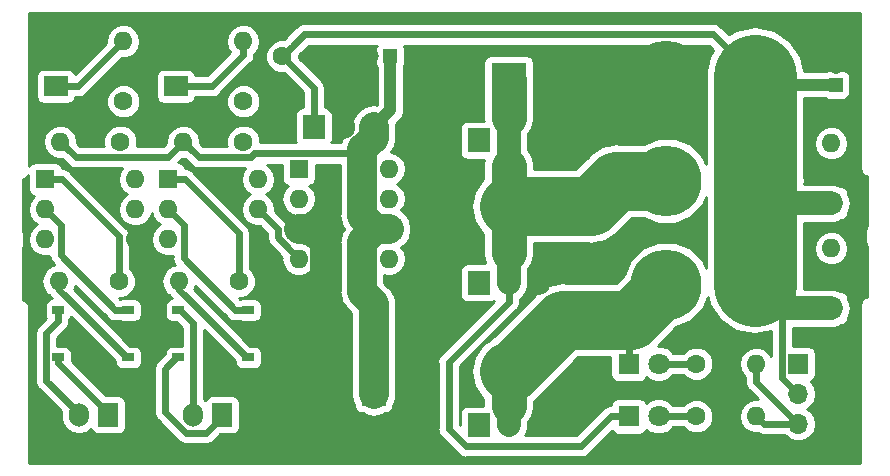
<source format=gbr>
G04 #@! TF.GenerationSoftware,KiCad,Pcbnew,(5.0.0)*
G04 #@! TF.CreationDate,2018-11-11T20:44:08+01:00*
G04 #@! TF.ProjectId,MosfetSchaltung_v2,4D6F73666574536368616C74756E675F,rev?*
G04 #@! TF.SameCoordinates,Original*
G04 #@! TF.FileFunction,Copper,L1,Top,Signal*
G04 #@! TF.FilePolarity,Positive*
%FSLAX46Y46*%
G04 Gerber Fmt 4.6, Leading zero omitted, Abs format (unit mm)*
G04 Created by KiCad (PCBNEW (5.0.0)) date 11/11/18 20:44:08*
%MOMM*%
%LPD*%
G01*
G04 APERTURE LIST*
G04 #@! TA.AperFunction,ComponentPad*
%ADD10O,2.000000X1.700000*%
G04 #@! TD*
G04 #@! TA.AperFunction,ComponentPad*
%ADD11R,2.000000X1.700000*%
G04 #@! TD*
G04 #@! TA.AperFunction,SMDPad,CuDef*
%ADD12R,1.000000X0.700000*%
G04 #@! TD*
G04 #@! TA.AperFunction,ComponentPad*
%ADD13R,1.905000X2.000000*%
G04 #@! TD*
G04 #@! TA.AperFunction,ComponentPad*
%ADD14O,1.905000X2.000000*%
G04 #@! TD*
G04 #@! TA.AperFunction,ComponentPad*
%ADD15R,1.700000X1.700000*%
G04 #@! TD*
G04 #@! TA.AperFunction,ComponentPad*
%ADD16O,1.700000X1.700000*%
G04 #@! TD*
G04 #@! TA.AperFunction,ComponentPad*
%ADD17C,1.600000*%
G04 #@! TD*
G04 #@! TA.AperFunction,ComponentPad*
%ADD18C,1.200000*%
G04 #@! TD*
G04 #@! TA.AperFunction,ComponentPad*
%ADD19R,1.200000X1.200000*%
G04 #@! TD*
G04 #@! TA.AperFunction,ComponentPad*
%ADD20R,2.000000X2.000000*%
G04 #@! TD*
G04 #@! TA.AperFunction,ComponentPad*
%ADD21C,2.000000*%
G04 #@! TD*
G04 #@! TA.AperFunction,ComponentPad*
%ADD22C,1.800000*%
G04 #@! TD*
G04 #@! TA.AperFunction,ComponentPad*
%ADD23R,1.800000X1.800000*%
G04 #@! TD*
G04 #@! TA.AperFunction,ComponentPad*
%ADD24C,6.000000*%
G04 #@! TD*
G04 #@! TA.AperFunction,ComponentPad*
%ADD25R,1.700000X2.000000*%
G04 #@! TD*
G04 #@! TA.AperFunction,ComponentPad*
%ADD26O,1.700000X2.000000*%
G04 #@! TD*
G04 #@! TA.AperFunction,ComponentPad*
%ADD27O,1.600000X1.600000*%
G04 #@! TD*
G04 #@! TA.AperFunction,ComponentPad*
%ADD28R,1.600000X1.600000*%
G04 #@! TD*
G04 #@! TA.AperFunction,ComponentPad*
%ADD29R,3.000000X3.000000*%
G04 #@! TD*
G04 #@! TA.AperFunction,Conductor*
%ADD30C,1.500000*%
G04 #@! TD*
G04 #@! TA.AperFunction,Conductor*
%ADD31C,2.500000*%
G04 #@! TD*
G04 #@! TA.AperFunction,Conductor*
%ADD32C,0.600000*%
G04 #@! TD*
G04 #@! TA.AperFunction,Conductor*
%ADD33C,1.000000*%
G04 #@! TD*
G04 #@! TA.AperFunction,Conductor*
%ADD34C,7.000000*%
G04 #@! TD*
G04 #@! TA.AperFunction,Conductor*
%ADD35C,2.000000*%
G04 #@! TD*
G04 #@! TA.AperFunction,Conductor*
%ADD36C,5.000000*%
G04 #@! TD*
G04 #@! TA.AperFunction,Conductor*
%ADD37C,3.000000*%
G04 #@! TD*
G04 #@! TA.AperFunction,Conductor*
%ADD38C,0.254000*%
G04 #@! TD*
G04 APERTURE END LIST*
D10*
G04 #@! TO.P,J6,2*
G04 #@! TO.N,GND*
X99441000Y-78145000D03*
D11*
G04 #@! TO.P,J6,1*
G04 #@! TO.N,direct_Input1*
X99441000Y-80645000D03*
G04 #@! TD*
D12*
G04 #@! TO.P,D1,1*
G04 #@! TO.N,Net-(D1-Pad1)*
X105591000Y-103600000D03*
G04 #@! TO.P,D1,2*
G04 #@! TO.N,Net-(D1-Pad2)*
X105591000Y-99600000D03*
G04 #@! TO.P,D1,3*
G04 #@! TO.N,Net-(D1-Pad3)*
X99641000Y-99600000D03*
G04 #@! TO.P,D1,4*
G04 #@! TO.N,Net-(D1-Pad4)*
X99641000Y-103600000D03*
G04 #@! TD*
D13*
G04 #@! TO.P,U4,1*
G04 #@! TO.N,VCC*
X121285000Y-84074000D03*
D14*
G04 #@! TO.P,U4,2*
G04 #@! TO.N,GND*
X123825000Y-84074000D03*
G04 #@! TO.P,U4,3*
G04 #@! TO.N,+10V*
X126365000Y-84074000D03*
G04 #@! TD*
D15*
G04 #@! TO.P,SW1,1*
G04 #@! TO.N,N/C*
X162306000Y-104140000D03*
D16*
G04 #@! TO.P,SW1,2*
G04 #@! TO.N,VCC*
X162306000Y-106680000D03*
G04 #@! TO.P,SW1,3*
G04 #@! TO.N,Net-(R4-Pad2)*
X162306000Y-109220000D03*
G04 #@! TD*
D14*
G04 #@! TO.P,Q3,3*
G04 #@! TO.N,GND*
X140335000Y-109347000D03*
G04 #@! TO.P,Q3,2*
G04 #@! TO.N,Net-(D4-Pad1)*
X137795000Y-109347000D03*
D13*
G04 #@! TO.P,Q3,1*
G04 #@! TO.N,Net-(Q3-Pad1)*
X135255000Y-109347000D03*
G04 #@! TD*
G04 #@! TO.P,Q2,1*
G04 #@! TO.N,Net-(Q1-Pad1)*
X135255000Y-97282000D03*
D14*
G04 #@! TO.P,Q2,2*
G04 #@! TO.N,Net-(D2-Pad1)*
X137795000Y-97282000D03*
G04 #@! TO.P,Q2,3*
G04 #@! TO.N,GND*
X140335000Y-97282000D03*
G04 #@! TD*
D17*
G04 #@! TO.P,C1,2*
G04 #@! TO.N,GND*
X121365000Y-99060000D03*
G04 #@! TO.P,C1,1*
G04 #@! TO.N,+10V*
X126365000Y-99060000D03*
G04 #@! TD*
G04 #@! TO.P,C3,1*
G04 #@! TO.N,VCC*
X118618000Y-78105000D03*
G04 #@! TO.P,C3,2*
G04 #@! TO.N,GND*
X123618000Y-78105000D03*
G04 #@! TD*
D18*
G04 #@! TO.P,C4,2*
G04 #@! TO.N,GND*
X126262000Y-78105000D03*
D19*
G04 #@! TO.P,C4,1*
G04 #@! TO.N,+10V*
X127762000Y-78105000D03*
G04 #@! TD*
D20*
G04 #@! TO.P,C5,1*
G04 #@! TO.N,+10V*
X126365000Y-106680000D03*
D21*
G04 #@! TO.P,C5,2*
G04 #@! TO.N,GND*
X121365000Y-106680000D03*
G04 #@! TD*
D22*
G04 #@! TO.P,D2,2*
G04 #@! TO.N,Net-(D2-Pad2)*
X150495000Y-108585000D03*
D23*
G04 #@! TO.P,D2,1*
G04 #@! TO.N,Net-(D2-Pad1)*
X147955000Y-108585000D03*
G04 #@! TD*
G04 #@! TO.P,D4,1*
G04 #@! TO.N,Net-(D4-Pad1)*
X147955000Y-104140000D03*
D22*
G04 #@! TO.P,D4,2*
G04 #@! TO.N,Net-(D4-Pad2)*
X150495000Y-104140000D03*
G04 #@! TD*
D12*
G04 #@! TO.P,D6,4*
G04 #@! TO.N,Net-(D6-Pad4)*
X109801000Y-103600000D03*
G04 #@! TO.P,D6,3*
G04 #@! TO.N,Net-(D6-Pad3)*
X109801000Y-99600000D03*
G04 #@! TO.P,D6,2*
G04 #@! TO.N,Net-(D6-Pad2)*
X115751000Y-99600000D03*
G04 #@! TO.P,D6,1*
G04 #@! TO.N,Net-(D6-Pad1)*
X115751000Y-103600000D03*
G04 #@! TD*
D24*
G04 #@! TO.P,J1,1*
G04 #@! TO.N,GND*
X151130000Y-79756000D03*
G04 #@! TO.P,J1,2*
G04 #@! TO.N,VCC*
X158630000Y-79756000D03*
G04 #@! TD*
D25*
G04 #@! TO.P,J2,1*
G04 #@! TO.N,Net-(D1-Pad4)*
X103886000Y-108458000D03*
D26*
G04 #@! TO.P,J2,2*
G04 #@! TO.N,Net-(D1-Pad3)*
X101386000Y-108458000D03*
G04 #@! TD*
D24*
G04 #@! TO.P,J3,2*
G04 #@! TO.N,VCC*
X158647442Y-88646000D03*
G04 #@! TO.P,J3,1*
G04 #@! TO.N,Net-(D2-Pad1)*
X151147442Y-88646000D03*
G04 #@! TD*
G04 #@! TO.P,J4,1*
G04 #@! TO.N,Net-(D4-Pad1)*
X151147442Y-97437319D03*
G04 #@! TO.P,J4,2*
G04 #@! TO.N,VCC*
X158647442Y-97437319D03*
G04 #@! TD*
D26*
G04 #@! TO.P,J5,2*
G04 #@! TO.N,Net-(D6-Pad3)*
X111038000Y-108458000D03*
D25*
G04 #@! TO.P,J5,1*
G04 #@! TO.N,Net-(D6-Pad4)*
X113538000Y-108458000D03*
G04 #@! TD*
D14*
G04 #@! TO.P,Q1,3*
G04 #@! TO.N,GND*
X140335000Y-85217000D03*
G04 #@! TO.P,Q1,2*
G04 #@! TO.N,Net-(D2-Pad1)*
X137795000Y-85217000D03*
D13*
G04 #@! TO.P,Q1,1*
G04 #@! TO.N,Net-(Q1-Pad1)*
X135255000Y-85217000D03*
G04 #@! TD*
D27*
G04 #@! TO.P,U1,6*
G04 #@! TO.N,Net-(R1-Pad1)*
X106172000Y-88519000D03*
G04 #@! TO.P,U1,3*
G04 #@! TO.N,N/C*
X98552000Y-93599000D03*
G04 #@! TO.P,U1,5*
G04 #@! TO.N,Net-(R2-Pad1)*
X106172000Y-91059000D03*
G04 #@! TO.P,U1,2*
G04 #@! TO.N,Net-(D1-Pad2)*
X98552000Y-91059000D03*
G04 #@! TO.P,U1,4*
G04 #@! TO.N,GND*
X106172000Y-93599000D03*
D28*
G04 #@! TO.P,U1,1*
G04 #@! TO.N,Net-(R3-Pad1)*
X98552000Y-88519000D03*
G04 #@! TD*
G04 #@! TO.P,U2,1*
G04 #@! TO.N,N/C*
X120015000Y-87630000D03*
D27*
G04 #@! TO.P,U2,5*
G04 #@! TO.N,Net-(Q3-Pad1)*
X127635000Y-95250000D03*
G04 #@! TO.P,U2,2*
G04 #@! TO.N,Net-(R2-Pad1)*
X120015000Y-90170000D03*
G04 #@! TO.P,U2,6*
G04 #@! TO.N,+10V*
X127635000Y-92710000D03*
G04 #@! TO.P,U2,3*
G04 #@! TO.N,GND*
X120015000Y-92710000D03*
G04 #@! TO.P,U2,7*
G04 #@! TO.N,Net-(Q1-Pad1)*
X127635000Y-90170000D03*
G04 #@! TO.P,U2,4*
G04 #@! TO.N,Net-(R10-Pad1)*
X120015000Y-95250000D03*
G04 #@! TO.P,U2,8*
G04 #@! TO.N,N/C*
X127635000Y-87630000D03*
G04 #@! TD*
D28*
G04 #@! TO.P,U3,1*
G04 #@! TO.N,Net-(R8-Pad1)*
X108966000Y-88519000D03*
D27*
G04 #@! TO.P,U3,4*
G04 #@! TO.N,GND*
X116586000Y-93599000D03*
G04 #@! TO.P,U3,2*
G04 #@! TO.N,Net-(D6-Pad2)*
X108966000Y-91059000D03*
G04 #@! TO.P,U3,5*
G04 #@! TO.N,Net-(R10-Pad1)*
X116586000Y-91059000D03*
G04 #@! TO.P,U3,3*
G04 #@! TO.N,N/C*
X108966000Y-93599000D03*
G04 #@! TO.P,U3,6*
G04 #@! TO.N,Net-(R6-Pad1)*
X116586000Y-88519000D03*
G04 #@! TD*
D28*
G04 #@! TO.P,D3,1*
G04 #@! TO.N,VCC*
X165100000Y-90551000D03*
D27*
G04 #@! TO.P,D3,2*
G04 #@! TO.N,Net-(D2-Pad1)*
X165100000Y-85471000D03*
G04 #@! TD*
G04 #@! TO.P,D5,2*
G04 #@! TO.N,Net-(D4-Pad1)*
X165100000Y-94361000D03*
D28*
G04 #@! TO.P,D5,1*
G04 #@! TO.N,VCC*
X165100000Y-99441000D03*
G04 #@! TD*
D27*
G04 #@! TO.P,R1,2*
G04 #@! TO.N,direct_Input1*
X105156000Y-76835000D03*
D17*
G04 #@! TO.P,R1,1*
G04 #@! TO.N,Net-(R1-Pad1)*
X105156000Y-81915000D03*
G04 #@! TD*
G04 #@! TO.P,R2,1*
G04 #@! TO.N,Net-(R2-Pad1)*
X104902000Y-85344000D03*
D27*
G04 #@! TO.P,R2,2*
G04 #@! TO.N,+10V*
X99822000Y-85344000D03*
G04 #@! TD*
G04 #@! TO.P,R3,2*
G04 #@! TO.N,Net-(D1-Pad1)*
X99695000Y-97155000D03*
D17*
G04 #@! TO.P,R3,1*
G04 #@! TO.N,Net-(R3-Pad1)*
X104775000Y-97155000D03*
G04 #@! TD*
G04 #@! TO.P,R4,1*
G04 #@! TO.N,Net-(D2-Pad2)*
X153670000Y-108585000D03*
D27*
G04 #@! TO.P,R4,2*
G04 #@! TO.N,Net-(R4-Pad2)*
X158750000Y-108585000D03*
G04 #@! TD*
G04 #@! TO.P,R5,2*
G04 #@! TO.N,Net-(R4-Pad2)*
X158750000Y-104140000D03*
D17*
G04 #@! TO.P,R5,1*
G04 #@! TO.N,Net-(D4-Pad2)*
X153670000Y-104140000D03*
G04 #@! TD*
G04 #@! TO.P,R6,1*
G04 #@! TO.N,Net-(R6-Pad1)*
X115316000Y-81915000D03*
D27*
G04 #@! TO.P,R6,2*
G04 #@! TO.N,direct_Input2*
X115316000Y-76835000D03*
G04 #@! TD*
G04 #@! TO.P,R7,2*
G04 #@! TO.N,+10V*
X110236000Y-85344000D03*
D17*
G04 #@! TO.P,R7,1*
G04 #@! TO.N,Net-(R10-Pad1)*
X115316000Y-85344000D03*
G04 #@! TD*
G04 #@! TO.P,R8,1*
G04 #@! TO.N,Net-(R8-Pad1)*
X114935000Y-97155000D03*
D27*
G04 #@! TO.P,R8,2*
G04 #@! TO.N,Net-(D6-Pad1)*
X109855000Y-97155000D03*
G04 #@! TD*
D11*
G04 #@! TO.P,J7,1*
G04 #@! TO.N,direct_Input2*
X109601000Y-80645000D03*
D10*
G04 #@! TO.P,J7,2*
G04 #@! TO.N,GND*
X109601000Y-78145000D03*
G04 #@! TD*
D19*
G04 #@! TO.P,C2,1*
G04 #@! TO.N,VCC*
X165481000Y-80518000D03*
D18*
G04 #@! TO.P,C2,2*
G04 #@! TO.N,GND*
X165481000Y-79018000D03*
G04 #@! TD*
D29*
G04 #@! TO.P,TP1,1*
G04 #@! TO.N,Net-(D2-Pad1)*
X137795000Y-80137000D03*
G04 #@! TD*
G04 #@! TO.P,TP2,1*
G04 #@! TO.N,Net-(D2-Pad1)*
X137795000Y-92202000D03*
G04 #@! TD*
G04 #@! TO.P,TP3,1*
G04 #@! TO.N,Net-(D4-Pad1)*
X137795000Y-104267000D03*
G04 #@! TD*
D30*
G04 #@! TO.N,GND*
X150876000Y-79502000D02*
X151130000Y-79756000D01*
D31*
X121365000Y-99060000D02*
X121365000Y-106680000D01*
X122164999Y-98260001D02*
X121365000Y-99060000D01*
X122265001Y-98159999D02*
X122164999Y-98260001D01*
X122265001Y-93828631D02*
X122265001Y-98159999D01*
X120015000Y-92710000D02*
X121146370Y-92710000D01*
X121146370Y-92710000D02*
X122265001Y-93828631D01*
G04 #@! TO.N,+10V*
X126365000Y-99060000D02*
X126365000Y-106680000D01*
X125565001Y-98260001D02*
X126365000Y-99060000D01*
X125384999Y-98079999D02*
X125565001Y-98260001D01*
X125384999Y-93828631D02*
X125384999Y-98079999D01*
X127635000Y-92710000D02*
X126503630Y-92710000D01*
X126503630Y-92710000D02*
X125384999Y-93828631D01*
X126365000Y-84979162D02*
X126365000Y-84074000D01*
X125384999Y-85959163D02*
X126365000Y-84979162D01*
X126503630Y-92710000D02*
X125384999Y-91591369D01*
X125384999Y-91591369D02*
X125384999Y-85959163D01*
D32*
X100621999Y-86143999D02*
X99822000Y-85344000D01*
X101122001Y-86644001D02*
X100621999Y-86143999D01*
X110236000Y-85344000D02*
X108935999Y-86644001D01*
X108935999Y-86644001D02*
X101122001Y-86644001D01*
X111035999Y-86143999D02*
X110236000Y-85344000D01*
X126365000Y-84121500D02*
X124156501Y-86329999D01*
X126365000Y-84074000D02*
X126365000Y-84121500D01*
X116254003Y-86329999D02*
X115940001Y-86644001D01*
X115940001Y-86644001D02*
X111536001Y-86644001D01*
X124156501Y-86329999D02*
X116254003Y-86329999D01*
X111536001Y-86644001D02*
X111035999Y-86143999D01*
D33*
X127762000Y-82677000D02*
X126365000Y-84074000D01*
X127762000Y-78105000D02*
X127762000Y-82677000D01*
D34*
G04 #@! TO.N,VCC*
X158630000Y-88628558D02*
X158647442Y-88646000D01*
X158630000Y-79756000D02*
X158630000Y-88628558D01*
X158647442Y-88646000D02*
X158647442Y-97437319D01*
D35*
X160552442Y-90551000D02*
X158647442Y-88646000D01*
X165100000Y-90551000D02*
X160552442Y-90551000D01*
X160651123Y-99441000D02*
X158647442Y-97437319D01*
X165100000Y-99441000D02*
X160651123Y-99441000D01*
D32*
X119417999Y-77305001D02*
X118618000Y-78105000D01*
X120467001Y-76255999D02*
X119417999Y-77305001D01*
X158630000Y-79756000D02*
X155129999Y-76255999D01*
X155129999Y-76255999D02*
X120467001Y-76255999D01*
X121285000Y-80772000D02*
X118618000Y-78105000D01*
X121285000Y-84074000D02*
X121285000Y-80772000D01*
X160955999Y-99745876D02*
X160651123Y-99441000D01*
X162306000Y-106680000D02*
X160955999Y-105329999D01*
X160955999Y-105329999D02*
X160955999Y-99745876D01*
D33*
X159392000Y-80518000D02*
X158630000Y-79756000D01*
X165481000Y-80518000D02*
X159392000Y-80518000D01*
D32*
G04 #@! TO.N,Net-(D1-Pad1)*
X99695000Y-97854000D02*
X99695000Y-97155000D01*
X105591000Y-103600000D02*
X105441000Y-103600000D01*
X105441000Y-103600000D02*
X99695000Y-97854000D01*
G04 #@! TO.N,Net-(D1-Pad2)*
X99351999Y-91858999D02*
X98552000Y-91059000D01*
X99852001Y-92359001D02*
X99351999Y-91858999D01*
X99852001Y-94961001D02*
X99852001Y-92359001D01*
X105591000Y-99600000D02*
X104491000Y-99600000D01*
X104491000Y-99600000D02*
X99852001Y-94961001D01*
G04 #@! TO.N,Net-(D1-Pad3)*
X99641000Y-100550000D02*
X99641000Y-99600000D01*
X98640999Y-101550001D02*
X99641000Y-100550000D01*
X98640999Y-105562999D02*
X98640999Y-101550001D01*
X101386000Y-108458000D02*
X101386000Y-108308000D01*
X101386000Y-108308000D02*
X98640999Y-105562999D01*
G04 #@! TO.N,Net-(D1-Pad4)*
X99641000Y-104063000D02*
X99641000Y-103600000D01*
X103886000Y-108458000D02*
X103886000Y-108308000D01*
X103886000Y-108308000D02*
X99641000Y-104063000D01*
G04 #@! TO.N,Net-(D2-Pad2)*
X153670000Y-108585000D02*
X150495000Y-108585000D01*
D35*
G04 #@! TO.N,Net-(D2-Pad1)*
X137795000Y-92202000D02*
X137795000Y-92202000D01*
D36*
X144745802Y-90805000D02*
X137795000Y-90805000D01*
X146904802Y-88646000D02*
X144745802Y-90805000D01*
X151147442Y-88646000D02*
X146904802Y-88646000D01*
D35*
X137795000Y-90805000D02*
X137795000Y-92202000D01*
D32*
X146455000Y-108585000D02*
X143915000Y-111125000D01*
X147955000Y-108585000D02*
X146455000Y-108585000D01*
X134180498Y-111125000D02*
X132715000Y-109659502D01*
X143915000Y-111125000D02*
X134180498Y-111125000D01*
X137795000Y-98882000D02*
X137795000Y-97282000D01*
X132715000Y-109659502D02*
X132715000Y-103962000D01*
X132715000Y-103962000D02*
X137795000Y-98882000D01*
D35*
X137795000Y-80137000D02*
X137795000Y-81516999D01*
D37*
X137795000Y-80137000D02*
X137795000Y-83312000D01*
D35*
X137795000Y-81516999D02*
X137795000Y-83312000D01*
X137795000Y-83312000D02*
X137795000Y-85217000D01*
X137795000Y-94742000D02*
X137795000Y-97282000D01*
X137795000Y-92202000D02*
X137795000Y-94742000D01*
D37*
X137795000Y-94742000D02*
X137795000Y-87376000D01*
D35*
X137795000Y-85217000D02*
X137795000Y-87376000D01*
X137795000Y-87376000D02*
X137795000Y-90805000D01*
D36*
G04 #@! TO.N,Net-(D4-Pad1)*
X138054929Y-104775000D02*
X137795000Y-104775000D01*
X142392611Y-100437318D02*
X138054929Y-104775000D01*
X151147442Y-97437319D02*
X148147443Y-100437318D01*
X148147443Y-100437318D02*
X142392611Y-100437318D01*
D35*
X137795000Y-105034929D02*
X138054929Y-104775000D01*
D36*
X137795000Y-104775000D02*
X137795000Y-104775000D01*
D32*
X147955000Y-100629761D02*
X148147443Y-100437318D01*
X147955000Y-104140000D02*
X147955000Y-100629761D01*
D37*
X137795000Y-104140000D02*
X137795000Y-107696000D01*
D35*
X137795000Y-109347000D02*
X137795000Y-107696000D01*
X137795000Y-107696000D02*
X137795000Y-105034929D01*
D32*
G04 #@! TO.N,Net-(D4-Pad2)*
X153670000Y-104140000D02*
X150495000Y-104140000D01*
G04 #@! TO.N,Net-(D6-Pad4)*
X113538000Y-108608000D02*
X112187990Y-109958010D01*
X113538000Y-108458000D02*
X113538000Y-108608000D01*
X112187990Y-109958010D02*
X110478808Y-109958010D01*
X109651000Y-103600000D02*
X109801000Y-103600000D01*
X110478808Y-109958010D02*
X108701000Y-108180202D01*
X108701000Y-108180202D02*
X108701000Y-104550000D01*
X108701000Y-104550000D02*
X109651000Y-103600000D01*
G04 #@! TO.N,Net-(D6-Pad3)*
X109951000Y-99600000D02*
X109801000Y-99600000D01*
X111038000Y-108458000D02*
X111038000Y-100687000D01*
X111038000Y-100687000D02*
X109951000Y-99600000D01*
G04 #@! TO.N,Net-(D6-Pad2)*
X109765999Y-91858999D02*
X108966000Y-91059000D01*
X110266001Y-92359001D02*
X109765999Y-91858999D01*
X110266001Y-95215001D02*
X110266001Y-92359001D01*
X115751000Y-99600000D02*
X114651000Y-99600000D01*
X114651000Y-99600000D02*
X110266001Y-95215001D01*
G04 #@! TO.N,Net-(D6-Pad1)*
X109855000Y-97854000D02*
X109855000Y-97155000D01*
X115751000Y-103600000D02*
X115601000Y-103600000D01*
X115601000Y-103600000D02*
X109855000Y-97854000D01*
G04 #@! TO.N,direct_Input1*
X101346000Y-80645000D02*
X99441000Y-80645000D01*
X105156000Y-76835000D02*
X101346000Y-80645000D01*
G04 #@! TO.N,direct_Input2*
X111201000Y-80645000D02*
X109601000Y-80645000D01*
X112637370Y-80645000D02*
X111201000Y-80645000D01*
X115316000Y-76835000D02*
X115316000Y-77966370D01*
X115316000Y-77966370D02*
X112637370Y-80645000D01*
G04 #@! TO.N,Net-(R3-Pad1)*
X99952000Y-88519000D02*
X98552000Y-88519000D01*
X104775000Y-97155000D02*
X104775000Y-93342000D01*
X104775000Y-93342000D02*
X99952000Y-88519000D01*
G04 #@! TO.N,Net-(R4-Pad2)*
X159385000Y-109220000D02*
X158750000Y-108585000D01*
X162306000Y-109220000D02*
X159385000Y-109220000D01*
X158750000Y-105664000D02*
X158750000Y-104140000D01*
X162306000Y-109220000D02*
X158750000Y-105664000D01*
G04 #@! TO.N,Net-(R8-Pad1)*
X110366000Y-88519000D02*
X108966000Y-88519000D01*
X114935000Y-97155000D02*
X114935000Y-93088000D01*
X114935000Y-93088000D02*
X110366000Y-88519000D01*
G04 #@! TO.N,Net-(R10-Pad1)*
X118264990Y-92737990D02*
X116586000Y-91059000D01*
X118264990Y-93434877D02*
X118264990Y-92737990D01*
X119215001Y-94384888D02*
X118264990Y-93434877D01*
X120015000Y-95250000D02*
X119215001Y-94450001D01*
X119215001Y-94450001D02*
X119215001Y-94384888D01*
G04 #@! TD*
D38*
G04 #@! TO.N,GND*
G36*
X167540000Y-87575387D02*
X167582646Y-87789782D01*
X167745095Y-88032905D01*
X167988217Y-88195354D01*
X168148000Y-88227137D01*
X168148000Y-92410346D01*
X167945000Y-92900431D01*
X167945000Y-93789569D01*
X168148000Y-94279654D01*
X168148000Y-98462863D01*
X167988218Y-98494646D01*
X167745096Y-98657095D01*
X167582647Y-98900217D01*
X167540001Y-99114612D01*
X167540000Y-112549000D01*
X97191500Y-112549000D01*
X97191500Y-99368612D01*
X97148854Y-99154217D01*
X96986405Y-98911095D01*
X96743282Y-98748646D01*
X96647000Y-98729494D01*
X96647000Y-94373764D01*
X96776006Y-94062316D01*
X96776006Y-93173178D01*
X96647000Y-92861730D01*
X96647000Y-88468506D01*
X96743283Y-88449354D01*
X96986405Y-88286905D01*
X97104560Y-88110074D01*
X97104560Y-89319000D01*
X97153843Y-89566765D01*
X97294191Y-89776809D01*
X97504235Y-89917157D01*
X97638106Y-89943785D01*
X97517423Y-90024423D01*
X97200260Y-90499091D01*
X97088887Y-91059000D01*
X97200260Y-91618909D01*
X97517423Y-92093577D01*
X97869758Y-92329000D01*
X97517423Y-92564423D01*
X97200260Y-93039091D01*
X97088887Y-93599000D01*
X97200260Y-94158909D01*
X97517423Y-94633577D01*
X97992091Y-94950740D01*
X98410667Y-95034000D01*
X98693333Y-95034000D01*
X98904836Y-94991929D01*
X98949208Y-95215001D01*
X98971251Y-95325819D01*
X99177904Y-95635098D01*
X99255973Y-95687262D01*
X99332670Y-95763959D01*
X99135091Y-95803260D01*
X98660423Y-96120423D01*
X98343260Y-96595091D01*
X98231887Y-97155000D01*
X98343260Y-97714909D01*
X98660423Y-98189577D01*
X98903024Y-98351678D01*
X99020903Y-98528097D01*
X99098972Y-98580261D01*
X99124544Y-98605833D01*
X98893235Y-98651843D01*
X98683191Y-98792191D01*
X98542843Y-99002235D01*
X98493560Y-99250000D01*
X98493560Y-99950000D01*
X98542843Y-100197765D01*
X98594154Y-100274557D01*
X98044969Y-100823742D01*
X97966903Y-100875904D01*
X97914741Y-100953970D01*
X97914740Y-100953971D01*
X97760249Y-101185183D01*
X97687682Y-101550001D01*
X97706000Y-101642091D01*
X97705999Y-105470913D01*
X97687682Y-105562999D01*
X97728260Y-105767000D01*
X97760249Y-105927817D01*
X97966902Y-106237096D01*
X98044971Y-106289260D01*
X99903730Y-108148019D01*
X99901000Y-108161744D01*
X99901000Y-108754255D01*
X99987161Y-109187417D01*
X100315375Y-109678625D01*
X100806582Y-110006839D01*
X101386000Y-110122092D01*
X101965417Y-110006839D01*
X102435281Y-109692886D01*
X102437843Y-109705765D01*
X102578191Y-109915809D01*
X102788235Y-110056157D01*
X103036000Y-110105440D01*
X104736000Y-110105440D01*
X104983765Y-110056157D01*
X105193809Y-109915809D01*
X105334157Y-109705765D01*
X105383440Y-109458000D01*
X105383440Y-107458000D01*
X105334157Y-107210235D01*
X105193809Y-107000191D01*
X104983765Y-106859843D01*
X104736000Y-106810560D01*
X103710849Y-106810560D01*
X100788440Y-103888151D01*
X100788440Y-103250000D01*
X100739157Y-103002235D01*
X100598809Y-102792191D01*
X100388765Y-102651843D01*
X100141000Y-102602560D01*
X99575999Y-102602560D01*
X99575999Y-101937290D01*
X100237031Y-101276259D01*
X100315097Y-101224097D01*
X100521750Y-100914819D01*
X100576000Y-100642086D01*
X100576000Y-100642085D01*
X100594317Y-100550000D01*
X100576000Y-100457914D01*
X100576000Y-100423050D01*
X100598809Y-100407809D01*
X100730072Y-100211361D01*
X104443560Y-103924850D01*
X104443560Y-103950000D01*
X104492843Y-104197765D01*
X104633191Y-104407809D01*
X104843235Y-104548157D01*
X105091000Y-104597440D01*
X106091000Y-104597440D01*
X106338765Y-104548157D01*
X106548809Y-104407809D01*
X106689157Y-104197765D01*
X106738440Y-103950000D01*
X106738440Y-103250000D01*
X106689157Y-103002235D01*
X106548809Y-102792191D01*
X106338765Y-102651843D01*
X106091000Y-102602560D01*
X105765850Y-102602560D01*
X100979232Y-97815942D01*
X101046740Y-97714909D01*
X101086041Y-97517330D01*
X103764740Y-100196030D01*
X103816903Y-100274097D01*
X104126181Y-100480750D01*
X104398914Y-100535000D01*
X104398917Y-100535000D01*
X104490999Y-100553316D01*
X104583081Y-100535000D01*
X104823544Y-100535000D01*
X104843235Y-100548157D01*
X105091000Y-100597440D01*
X106091000Y-100597440D01*
X106338765Y-100548157D01*
X106548809Y-100407809D01*
X106689157Y-100197765D01*
X106738440Y-99950000D01*
X106738440Y-99250000D01*
X106689157Y-99002235D01*
X106548809Y-98792191D01*
X106338765Y-98651843D01*
X106091000Y-98602560D01*
X105091000Y-98602560D01*
X104861500Y-98648210D01*
X104803290Y-98590000D01*
X105060439Y-98590000D01*
X105587862Y-98371534D01*
X105991534Y-97967862D01*
X106210000Y-97440439D01*
X106210000Y-96869561D01*
X105991534Y-96342138D01*
X105710000Y-96060604D01*
X105710000Y-93434085D01*
X105728317Y-93341999D01*
X105655750Y-92977181D01*
X105578955Y-92862249D01*
X105449097Y-92667903D01*
X105371031Y-92615741D01*
X100678261Y-87922972D01*
X100626097Y-87844903D01*
X100316819Y-87638250D01*
X100044086Y-87584000D01*
X99969642Y-87569192D01*
X99950157Y-87471235D01*
X99809809Y-87261191D01*
X99599765Y-87120843D01*
X99352000Y-87071560D01*
X97752000Y-87071560D01*
X97504235Y-87120843D01*
X97294191Y-87261191D01*
X97191500Y-87414878D01*
X97191500Y-85344000D01*
X98358887Y-85344000D01*
X98470260Y-85903909D01*
X98787423Y-86378577D01*
X99262091Y-86695740D01*
X99680667Y-86779000D01*
X99934710Y-86779000D01*
X100025968Y-86870258D01*
X100025972Y-86870260D01*
X100395738Y-87240026D01*
X100447904Y-87318098D01*
X100757182Y-87524751D01*
X100997062Y-87572466D01*
X101122001Y-87597318D01*
X101214087Y-87579001D01*
X105074228Y-87579001D01*
X104820260Y-87959091D01*
X104708887Y-88519000D01*
X104820260Y-89078909D01*
X105137423Y-89553577D01*
X105489758Y-89789000D01*
X105137423Y-90024423D01*
X104820260Y-90499091D01*
X104708887Y-91059000D01*
X104820260Y-91618909D01*
X105137423Y-92093577D01*
X105612091Y-92410740D01*
X106030667Y-92494000D01*
X106313333Y-92494000D01*
X106731909Y-92410740D01*
X107206577Y-92093577D01*
X107523740Y-91618909D01*
X107569000Y-91391372D01*
X107614260Y-91618909D01*
X107931423Y-92093577D01*
X108283758Y-92329000D01*
X107931423Y-92564423D01*
X107614260Y-93039091D01*
X107502887Y-93599000D01*
X107614260Y-94158909D01*
X107931423Y-94633577D01*
X108406091Y-94950740D01*
X108824667Y-95034000D01*
X109107333Y-95034000D01*
X109331001Y-94989510D01*
X109331001Y-95122915D01*
X109312684Y-95215001D01*
X109371858Y-95512488D01*
X109385251Y-95579819D01*
X109506457Y-95761217D01*
X109295091Y-95803260D01*
X108820423Y-96120423D01*
X108503260Y-96595091D01*
X108391887Y-97155000D01*
X108503260Y-97714909D01*
X108820423Y-98189577D01*
X109063024Y-98351678D01*
X109180903Y-98528097D01*
X109258972Y-98580261D01*
X109284544Y-98605833D01*
X109053235Y-98651843D01*
X108843191Y-98792191D01*
X108702843Y-99002235D01*
X108653560Y-99250000D01*
X108653560Y-99950000D01*
X108702843Y-100197765D01*
X108843191Y-100407809D01*
X109053235Y-100548157D01*
X109301000Y-100597440D01*
X109626151Y-100597440D01*
X110103001Y-101074291D01*
X110103001Y-102602560D01*
X109301000Y-102602560D01*
X109053235Y-102651843D01*
X108843191Y-102792191D01*
X108702843Y-103002235D01*
X108653560Y-103250000D01*
X108653560Y-103275150D01*
X108104970Y-103823741D01*
X108026904Y-103875903D01*
X107974742Y-103953969D01*
X107974741Y-103953970D01*
X107820250Y-104185182D01*
X107747683Y-104550000D01*
X107766001Y-104642090D01*
X107766000Y-108088116D01*
X107747683Y-108180202D01*
X107779320Y-108339250D01*
X107820250Y-108545020D01*
X108026903Y-108854299D01*
X108104972Y-108906463D01*
X109752549Y-110554041D01*
X109804711Y-110632107D01*
X110113989Y-110838760D01*
X110386722Y-110893010D01*
X110386725Y-110893010D01*
X110478807Y-110911326D01*
X110570889Y-110893010D01*
X112095904Y-110893010D01*
X112187990Y-110911327D01*
X112280076Y-110893010D01*
X112552809Y-110838760D01*
X112862087Y-110632107D01*
X112914251Y-110554038D01*
X113362849Y-110105440D01*
X114388000Y-110105440D01*
X114635765Y-110056157D01*
X114845809Y-109915809D01*
X114986157Y-109705765D01*
X115035440Y-109458000D01*
X115035440Y-107458000D01*
X114986157Y-107210235D01*
X114845809Y-107000191D01*
X114635765Y-106859843D01*
X114388000Y-106810560D01*
X112688000Y-106810560D01*
X112440235Y-106859843D01*
X112230191Y-107000191D01*
X112089843Y-107210235D01*
X112087281Y-107223114D01*
X111973000Y-107146753D01*
X111973000Y-101294289D01*
X114603560Y-103924850D01*
X114603560Y-103950000D01*
X114652843Y-104197765D01*
X114793191Y-104407809D01*
X115003235Y-104548157D01*
X115251000Y-104597440D01*
X116251000Y-104597440D01*
X116498765Y-104548157D01*
X116708809Y-104407809D01*
X116849157Y-104197765D01*
X116898440Y-103950000D01*
X116898440Y-103250000D01*
X116849157Y-103002235D01*
X116708809Y-102792191D01*
X116498765Y-102651843D01*
X116251000Y-102602560D01*
X115925850Y-102602560D01*
X111139232Y-97815942D01*
X111206740Y-97714909D01*
X111246041Y-97517330D01*
X113924740Y-100196030D01*
X113976903Y-100274097D01*
X114054969Y-100326259D01*
X114286181Y-100480750D01*
X114650999Y-100553317D01*
X114743085Y-100535000D01*
X114983544Y-100535000D01*
X115003235Y-100548157D01*
X115251000Y-100597440D01*
X116251000Y-100597440D01*
X116498765Y-100548157D01*
X116708809Y-100407809D01*
X116849157Y-100197765D01*
X116898440Y-99950000D01*
X116898440Y-99250000D01*
X116849157Y-99002235D01*
X116708809Y-98792191D01*
X116498765Y-98651843D01*
X116251000Y-98602560D01*
X115251000Y-98602560D01*
X115021500Y-98648210D01*
X114963290Y-98590000D01*
X115220439Y-98590000D01*
X115747862Y-98371534D01*
X116151534Y-97967862D01*
X116370000Y-97440439D01*
X116370000Y-96869561D01*
X116151534Y-96342138D01*
X115870000Y-96060604D01*
X115870000Y-93180086D01*
X115888317Y-93088000D01*
X115815750Y-92723181D01*
X115661259Y-92491969D01*
X115609097Y-92413903D01*
X115531031Y-92361741D01*
X111092261Y-87922972D01*
X111040097Y-87844903D01*
X110730819Y-87638250D01*
X110458086Y-87584000D01*
X110383642Y-87569192D01*
X110364157Y-87471235D01*
X110223809Y-87261191D01*
X110013765Y-87120843D01*
X109819990Y-87082299D01*
X110123289Y-86779000D01*
X110348710Y-86779000D01*
X110439968Y-86870258D01*
X110439972Y-86870260D01*
X110809738Y-87240026D01*
X110861904Y-87318098D01*
X111171182Y-87524751D01*
X111411062Y-87572466D01*
X111536001Y-87597318D01*
X111628087Y-87579001D01*
X115488228Y-87579001D01*
X115234260Y-87959091D01*
X115122887Y-88519000D01*
X115234260Y-89078909D01*
X115551423Y-89553577D01*
X115903758Y-89789000D01*
X115551423Y-90024423D01*
X115234260Y-90499091D01*
X115122887Y-91059000D01*
X115234260Y-91618909D01*
X115551423Y-92093577D01*
X116026091Y-92410740D01*
X116444667Y-92494000D01*
X116698711Y-92494000D01*
X117329990Y-93125280D01*
X117329990Y-93342791D01*
X117311673Y-93434877D01*
X117329990Y-93526962D01*
X117384240Y-93799695D01*
X117590893Y-94108974D01*
X117668962Y-94161138D01*
X118357627Y-94849804D01*
X118540904Y-95124098D01*
X118572704Y-95145346D01*
X118551887Y-95250000D01*
X118663260Y-95809909D01*
X118980423Y-96284577D01*
X119455091Y-96601740D01*
X119873667Y-96685000D01*
X120156333Y-96685000D01*
X120574909Y-96601740D01*
X121049577Y-96284577D01*
X121366740Y-95809909D01*
X121478113Y-95250000D01*
X121366740Y-94690091D01*
X121049577Y-94215423D01*
X120574909Y-93898260D01*
X120156333Y-93815000D01*
X119958728Y-93815000D01*
X119889098Y-93710791D01*
X119811031Y-93658629D01*
X119199990Y-93047588D01*
X119199990Y-92830070D01*
X119218306Y-92737989D01*
X119199990Y-92645908D01*
X119199990Y-92645904D01*
X119145740Y-92373171D01*
X118939087Y-92063893D01*
X118861021Y-92011731D01*
X118025749Y-91176459D01*
X118049113Y-91059000D01*
X117937740Y-90499091D01*
X117620577Y-90024423D01*
X117268242Y-89789000D01*
X117620577Y-89553577D01*
X117937740Y-89078909D01*
X118049113Y-88519000D01*
X117937740Y-87959091D01*
X117620577Y-87484423D01*
X117292186Y-87264999D01*
X118567560Y-87264999D01*
X118567560Y-88430000D01*
X118616843Y-88677765D01*
X118757191Y-88887809D01*
X118967235Y-89028157D01*
X119101106Y-89054785D01*
X118980423Y-89135423D01*
X118663260Y-89610091D01*
X118551887Y-90170000D01*
X118663260Y-90729909D01*
X118980423Y-91204577D01*
X119455091Y-91521740D01*
X119873667Y-91605000D01*
X120156333Y-91605000D01*
X120574909Y-91521740D01*
X121049577Y-91204577D01*
X121366740Y-90729909D01*
X121478113Y-90170000D01*
X121366740Y-89610091D01*
X121049577Y-89135423D01*
X120928894Y-89054785D01*
X121062765Y-89028157D01*
X121272809Y-88887809D01*
X121413157Y-88677765D01*
X121462440Y-88430000D01*
X121462440Y-87264999D01*
X123500000Y-87264999D01*
X123499999Y-91405719D01*
X123463071Y-91591369D01*
X123499999Y-91777019D01*
X123499999Y-91777023D01*
X123609368Y-92326858D01*
X123865375Y-92710000D01*
X123609368Y-93093142D01*
X123499999Y-93642977D01*
X123499999Y-93642981D01*
X123463071Y-93828631D01*
X123499999Y-94014281D01*
X123500000Y-97894345D01*
X123463071Y-98079999D01*
X123500000Y-98265654D01*
X123584525Y-98690591D01*
X123609369Y-98815489D01*
X123920825Y-99281617D01*
X123920827Y-99281619D01*
X124025991Y-99439008D01*
X124183380Y-99544172D01*
X124480000Y-99840792D01*
X124480001Y-106865655D01*
X124589370Y-107415490D01*
X124717560Y-107607340D01*
X124717560Y-107680000D01*
X124766843Y-107927765D01*
X124907191Y-108137809D01*
X125117235Y-108278157D01*
X125365000Y-108327440D01*
X125437660Y-108327440D01*
X125629511Y-108455631D01*
X126365000Y-108601929D01*
X127100490Y-108455631D01*
X127292341Y-108327440D01*
X127365000Y-108327440D01*
X127612765Y-108278157D01*
X127822809Y-108137809D01*
X127963157Y-107927765D01*
X128012440Y-107680000D01*
X128012440Y-107607341D01*
X128140631Y-107415490D01*
X128250000Y-106865655D01*
X128250000Y-99245649D01*
X128286928Y-99059999D01*
X128250000Y-98874349D01*
X128250000Y-98874345D01*
X128140631Y-98324510D01*
X128134787Y-98315763D01*
X128008568Y-98126864D01*
X127724009Y-97700991D01*
X127566615Y-97595824D01*
X127269999Y-97299207D01*
X127269999Y-96640510D01*
X127493667Y-96685000D01*
X127776333Y-96685000D01*
X128194909Y-96601740D01*
X128669577Y-96284577D01*
X128986740Y-95809909D01*
X129098113Y-95250000D01*
X128986740Y-94690091D01*
X128702081Y-94264069D01*
X128994009Y-94069009D01*
X129410631Y-93445490D01*
X129556929Y-92710000D01*
X129410631Y-91974510D01*
X128994009Y-91350991D01*
X128702081Y-91155931D01*
X128986740Y-90729909D01*
X129098113Y-90170000D01*
X128986740Y-89610091D01*
X128669577Y-89135423D01*
X128317242Y-88900000D01*
X128669577Y-88664577D01*
X128986740Y-88189909D01*
X129098113Y-87630000D01*
X128986740Y-87070091D01*
X128669577Y-86595423D01*
X128194909Y-86278260D01*
X127814588Y-86202609D01*
X128140631Y-85714652D01*
X128250000Y-85164817D01*
X128250000Y-85164816D01*
X128286929Y-84979162D01*
X128250000Y-84793509D01*
X128250000Y-83888345D01*
X128234369Y-83809763D01*
X128485521Y-83558611D01*
X128580289Y-83495289D01*
X128831146Y-83119855D01*
X128897000Y-82788783D01*
X128919235Y-82677001D01*
X128897000Y-82565219D01*
X128897000Y-79047285D01*
X128960157Y-78952765D01*
X129009440Y-78705000D01*
X129009440Y-77505000D01*
X128960157Y-77257235D01*
X128915899Y-77190999D01*
X154742710Y-77190999D01*
X155119197Y-77567486D01*
X154734916Y-78142604D01*
X154495000Y-79348742D01*
X154495001Y-87229010D01*
X154229046Y-86586938D01*
X153206504Y-85564396D01*
X151870488Y-85011000D01*
X150424396Y-85011000D01*
X149217289Y-85511000D01*
X147213569Y-85511000D01*
X146904801Y-85449582D01*
X146596033Y-85511000D01*
X145681586Y-85692895D01*
X144644593Y-86385791D01*
X144469690Y-86647552D01*
X143447243Y-87670000D01*
X139930000Y-87670000D01*
X139930000Y-87165721D01*
X139806126Y-86542964D01*
X139430000Y-85980052D01*
X139430000Y-84707948D01*
X139806126Y-84145036D01*
X139930000Y-83522279D01*
X139930000Y-81699541D01*
X139942440Y-81637000D01*
X139942440Y-78637000D01*
X139893157Y-78389235D01*
X139752809Y-78179191D01*
X139542765Y-78038843D01*
X139295000Y-77989560D01*
X137942738Y-77989560D01*
X137795000Y-77960173D01*
X137647261Y-77989560D01*
X136295000Y-77989560D01*
X136047235Y-78038843D01*
X135837191Y-78179191D01*
X135696843Y-78389235D01*
X135647560Y-78637000D01*
X135647560Y-81637000D01*
X135660000Y-81699541D01*
X135660000Y-83522279D01*
X135669405Y-83569560D01*
X134302500Y-83569560D01*
X134054735Y-83618843D01*
X133844691Y-83759191D01*
X133704343Y-83969235D01*
X133655060Y-84217000D01*
X133655060Y-86217000D01*
X133704343Y-86464765D01*
X133844691Y-86674809D01*
X134054735Y-86815157D01*
X134302500Y-86864440D01*
X135719929Y-86864440D01*
X135660001Y-87165721D01*
X135660001Y-88461129D01*
X135534791Y-88544791D01*
X134841895Y-89581784D01*
X134598582Y-90805000D01*
X134841895Y-92028216D01*
X135534791Y-93065209D01*
X135647560Y-93140559D01*
X135647560Y-93702000D01*
X135660000Y-93764542D01*
X135660000Y-94952278D01*
X135783874Y-95575035D01*
X135823647Y-95634560D01*
X134302500Y-95634560D01*
X134054735Y-95683843D01*
X133844691Y-95824191D01*
X133704343Y-96034235D01*
X133655060Y-96282000D01*
X133655060Y-98282000D01*
X133704343Y-98529765D01*
X133844691Y-98739809D01*
X134054735Y-98880157D01*
X134302500Y-98929440D01*
X136207500Y-98929440D01*
X136455265Y-98880157D01*
X136513394Y-98841316D01*
X132118970Y-103235741D01*
X132040904Y-103287903D01*
X131988742Y-103365969D01*
X131988741Y-103365970D01*
X131834250Y-103597182D01*
X131761683Y-103962000D01*
X131780001Y-104054090D01*
X131780000Y-109567416D01*
X131761683Y-109659502D01*
X131780000Y-109751587D01*
X131834250Y-110024320D01*
X132040903Y-110333599D01*
X132118972Y-110385763D01*
X133454239Y-111721031D01*
X133506401Y-111799097D01*
X133584467Y-111851259D01*
X133815679Y-112005750D01*
X134180497Y-112078317D01*
X134272583Y-112060000D01*
X143822914Y-112060000D01*
X143915000Y-112078317D01*
X144007086Y-112060000D01*
X144279819Y-112005750D01*
X144589097Y-111799097D01*
X144641261Y-111721028D01*
X146526010Y-109836280D01*
X146597191Y-109942809D01*
X146807235Y-110083157D01*
X147055000Y-110132440D01*
X148855000Y-110132440D01*
X149102765Y-110083157D01*
X149312809Y-109942809D01*
X149453157Y-109732765D01*
X149456275Y-109717092D01*
X149625493Y-109886310D01*
X150189670Y-110120000D01*
X150800330Y-110120000D01*
X151364507Y-109886310D01*
X151730817Y-109520000D01*
X152575604Y-109520000D01*
X152857138Y-109801534D01*
X153384561Y-110020000D01*
X153955439Y-110020000D01*
X154482862Y-109801534D01*
X154886534Y-109397862D01*
X155105000Y-108870439D01*
X155105000Y-108299561D01*
X154886534Y-107772138D01*
X154482862Y-107368466D01*
X153955439Y-107150000D01*
X153384561Y-107150000D01*
X152857138Y-107368466D01*
X152575604Y-107650000D01*
X151730817Y-107650000D01*
X151364507Y-107283690D01*
X150800330Y-107050000D01*
X150189670Y-107050000D01*
X149625493Y-107283690D01*
X149456275Y-107452908D01*
X149453157Y-107437235D01*
X149312809Y-107227191D01*
X149102765Y-107086843D01*
X148855000Y-107037560D01*
X147055000Y-107037560D01*
X146807235Y-107086843D01*
X146597191Y-107227191D01*
X146456843Y-107437235D01*
X146416648Y-107639313D01*
X146362918Y-107650000D01*
X146362914Y-107650000D01*
X146090181Y-107704250D01*
X145780903Y-107910903D01*
X145728741Y-107988969D01*
X143527711Y-110190000D01*
X139198123Y-110190000D01*
X139335136Y-109984945D01*
X139430000Y-109508031D01*
X139430000Y-109091948D01*
X139806126Y-108529036D01*
X139930000Y-107906279D01*
X139930000Y-107292550D01*
X140315138Y-107035209D01*
X140490043Y-106773445D01*
X143691170Y-103572318D01*
X146407560Y-103572318D01*
X146407560Y-105040000D01*
X146456843Y-105287765D01*
X146597191Y-105497809D01*
X146807235Y-105638157D01*
X147055000Y-105687440D01*
X148855000Y-105687440D01*
X149102765Y-105638157D01*
X149312809Y-105497809D01*
X149453157Y-105287765D01*
X149456275Y-105272092D01*
X149625493Y-105441310D01*
X150189670Y-105675000D01*
X150800330Y-105675000D01*
X151364507Y-105441310D01*
X151730817Y-105075000D01*
X152575604Y-105075000D01*
X152857138Y-105356534D01*
X153384561Y-105575000D01*
X153955439Y-105575000D01*
X154482862Y-105356534D01*
X154886534Y-104952862D01*
X155105000Y-104425439D01*
X155105000Y-103854561D01*
X154886534Y-103327138D01*
X154482862Y-102923466D01*
X153955439Y-102705000D01*
X153384561Y-102705000D01*
X152857138Y-102923466D01*
X152575604Y-103205000D01*
X151730817Y-103205000D01*
X151364507Y-102838690D01*
X150800330Y-102605000D01*
X150469477Y-102605000D01*
X150582557Y-102435763D01*
X151999398Y-101018923D01*
X153206504Y-100518923D01*
X154229046Y-99496381D01*
X154642473Y-98498281D01*
X154752359Y-99050716D01*
X155666274Y-100418488D01*
X157034046Y-101332403D01*
X158647442Y-101653328D01*
X160021000Y-101380110D01*
X160020999Y-103459254D01*
X159784577Y-103105423D01*
X159309909Y-102788260D01*
X158891333Y-102705000D01*
X158608667Y-102705000D01*
X158190091Y-102788260D01*
X157715423Y-103105423D01*
X157398260Y-103580091D01*
X157286887Y-104140000D01*
X157398260Y-104699909D01*
X157715423Y-105174577D01*
X157815000Y-105241112D01*
X157815000Y-105571914D01*
X157796683Y-105664000D01*
X157815000Y-105756085D01*
X157869250Y-106028818D01*
X158075903Y-106338097D01*
X158153972Y-106390261D01*
X158919267Y-107155556D01*
X158891333Y-107150000D01*
X158608667Y-107150000D01*
X158190091Y-107233260D01*
X157715423Y-107550423D01*
X157398260Y-108025091D01*
X157286887Y-108585000D01*
X157398260Y-109144909D01*
X157715423Y-109619577D01*
X158190091Y-109936740D01*
X158608667Y-110020000D01*
X158891333Y-110020000D01*
X158897496Y-110018774D01*
X158905797Y-110024321D01*
X159020181Y-110100750D01*
X159385000Y-110173317D01*
X159477086Y-110155000D01*
X161144753Y-110155000D01*
X161235375Y-110290625D01*
X161726582Y-110618839D01*
X162159744Y-110705000D01*
X162452256Y-110705000D01*
X162885418Y-110618839D01*
X163376625Y-110290625D01*
X163704839Y-109799418D01*
X163820092Y-109220000D01*
X163704839Y-108640582D01*
X163376625Y-108149375D01*
X163078239Y-107950000D01*
X163376625Y-107750625D01*
X163704839Y-107259418D01*
X163820092Y-106680000D01*
X163704839Y-106100582D01*
X163376625Y-105609375D01*
X163358381Y-105597184D01*
X163403765Y-105588157D01*
X163613809Y-105447809D01*
X163754157Y-105237765D01*
X163803440Y-104990000D01*
X163803440Y-103290000D01*
X163754157Y-103042235D01*
X163613809Y-102832191D01*
X163403765Y-102691843D01*
X163156000Y-102642560D01*
X161890999Y-102642560D01*
X161890999Y-101076000D01*
X165261031Y-101076000D01*
X165737945Y-100981136D01*
X165876674Y-100888440D01*
X165900000Y-100888440D01*
X166147765Y-100839157D01*
X166357809Y-100698809D01*
X166498157Y-100488765D01*
X166547440Y-100241000D01*
X166547440Y-100217674D01*
X166640136Y-100078945D01*
X166767031Y-99441000D01*
X166640136Y-98803055D01*
X166547440Y-98664326D01*
X166547440Y-98641000D01*
X166498157Y-98393235D01*
X166357809Y-98183191D01*
X166147765Y-98042843D01*
X165900000Y-97993560D01*
X165876674Y-97993560D01*
X165737945Y-97900864D01*
X165261031Y-97806000D01*
X162782442Y-97806000D01*
X162782442Y-94361000D01*
X163636887Y-94361000D01*
X163748260Y-94920909D01*
X164065423Y-95395577D01*
X164540091Y-95712740D01*
X164958667Y-95796000D01*
X165241333Y-95796000D01*
X165659909Y-95712740D01*
X166134577Y-95395577D01*
X166451740Y-94920909D01*
X166563113Y-94361000D01*
X166451740Y-93801091D01*
X166134577Y-93326423D01*
X165659909Y-93009260D01*
X165241333Y-92926000D01*
X164958667Y-92926000D01*
X164540091Y-93009260D01*
X164065423Y-93326423D01*
X163748260Y-93801091D01*
X163636887Y-94361000D01*
X162782442Y-94361000D01*
X162782442Y-92186000D01*
X165261031Y-92186000D01*
X165737945Y-92091136D01*
X165876674Y-91998440D01*
X165900000Y-91998440D01*
X166147765Y-91949157D01*
X166357809Y-91808809D01*
X166498157Y-91598765D01*
X166547440Y-91351000D01*
X166547440Y-91327674D01*
X166640136Y-91188945D01*
X166767031Y-90551000D01*
X166640136Y-89913055D01*
X166547440Y-89774326D01*
X166547440Y-89751000D01*
X166498157Y-89503235D01*
X166357809Y-89293191D01*
X166147765Y-89152843D01*
X165900000Y-89103560D01*
X165876674Y-89103560D01*
X165737945Y-89010864D01*
X165261031Y-88916000D01*
X162809745Y-88916000D01*
X162863451Y-88646000D01*
X162765000Y-88151054D01*
X162765000Y-85471000D01*
X163636887Y-85471000D01*
X163748260Y-86030909D01*
X164065423Y-86505577D01*
X164540091Y-86822740D01*
X164958667Y-86906000D01*
X165241333Y-86906000D01*
X165659909Y-86822740D01*
X166134577Y-86505577D01*
X166451740Y-86030909D01*
X166563113Y-85471000D01*
X166451740Y-84911091D01*
X166134577Y-84436423D01*
X165659909Y-84119260D01*
X165241333Y-84036000D01*
X164958667Y-84036000D01*
X164540091Y-84119260D01*
X164065423Y-84436423D01*
X163748260Y-84911091D01*
X163636887Y-85471000D01*
X162765000Y-85471000D01*
X162765000Y-81653000D01*
X164538715Y-81653000D01*
X164633235Y-81716157D01*
X164881000Y-81765440D01*
X166081000Y-81765440D01*
X166328765Y-81716157D01*
X166538809Y-81575809D01*
X166679157Y-81365765D01*
X166728440Y-81118000D01*
X166728440Y-79918000D01*
X166679157Y-79670235D01*
X166538809Y-79460191D01*
X166328765Y-79319843D01*
X166081000Y-79270560D01*
X164881000Y-79270560D01*
X164633235Y-79319843D01*
X164538715Y-79383000D01*
X162765000Y-79383000D01*
X162765000Y-79348741D01*
X162525084Y-78142603D01*
X161611169Y-76774831D01*
X160243396Y-75860916D01*
X158630000Y-75539991D01*
X157016603Y-75860916D01*
X156441486Y-76245197D01*
X155856260Y-75659971D01*
X155804096Y-75581902D01*
X155494818Y-75375249D01*
X155222085Y-75320999D01*
X155129999Y-75302682D01*
X155037913Y-75320999D01*
X120559087Y-75320999D01*
X120467001Y-75302682D01*
X120374915Y-75320999D01*
X120102182Y-75375249D01*
X119792904Y-75581902D01*
X119740742Y-75659968D01*
X118821971Y-76578740D01*
X118821968Y-76578742D01*
X118730710Y-76670000D01*
X118332561Y-76670000D01*
X117805138Y-76888466D01*
X117401466Y-77292138D01*
X117183000Y-77819561D01*
X117183000Y-78390439D01*
X117401466Y-78917862D01*
X117805138Y-79321534D01*
X118332561Y-79540000D01*
X118730711Y-79540000D01*
X120350001Y-81159290D01*
X120350000Y-82426560D01*
X120332500Y-82426560D01*
X120084735Y-82475843D01*
X119874691Y-82616191D01*
X119734343Y-82826235D01*
X119685060Y-83074000D01*
X119685060Y-85074000D01*
X119734343Y-85321765D01*
X119783277Y-85394999D01*
X116751000Y-85394999D01*
X116751000Y-85058561D01*
X116532534Y-84531138D01*
X116128862Y-84127466D01*
X115601439Y-83909000D01*
X115030561Y-83909000D01*
X114503138Y-84127466D01*
X114099466Y-84531138D01*
X113881000Y-85058561D01*
X113881000Y-85629439D01*
X113913956Y-85709001D01*
X111923290Y-85709001D01*
X111762260Y-85547972D01*
X111762258Y-85547968D01*
X111675749Y-85461459D01*
X111699113Y-85344000D01*
X111587740Y-84784091D01*
X111270577Y-84309423D01*
X110795909Y-83992260D01*
X110377333Y-83909000D01*
X110094667Y-83909000D01*
X109676091Y-83992260D01*
X109201423Y-84309423D01*
X108884260Y-84784091D01*
X108772887Y-85344000D01*
X108796251Y-85461459D01*
X108548710Y-85709001D01*
X106304044Y-85709001D01*
X106337000Y-85629439D01*
X106337000Y-85058561D01*
X106118534Y-84531138D01*
X105714862Y-84127466D01*
X105187439Y-83909000D01*
X104616561Y-83909000D01*
X104089138Y-84127466D01*
X103685466Y-84531138D01*
X103467000Y-85058561D01*
X103467000Y-85629439D01*
X103499956Y-85709001D01*
X101509290Y-85709001D01*
X101348260Y-85547972D01*
X101348258Y-85547968D01*
X101261749Y-85461459D01*
X101285113Y-85344000D01*
X101173740Y-84784091D01*
X100856577Y-84309423D01*
X100381909Y-83992260D01*
X99963333Y-83909000D01*
X99680667Y-83909000D01*
X99262091Y-83992260D01*
X98787423Y-84309423D01*
X98470260Y-84784091D01*
X98358887Y-85344000D01*
X97191500Y-85344000D01*
X97191500Y-79795000D01*
X97793560Y-79795000D01*
X97793560Y-81495000D01*
X97842843Y-81742765D01*
X97983191Y-81952809D01*
X98193235Y-82093157D01*
X98441000Y-82142440D01*
X100441000Y-82142440D01*
X100688765Y-82093157D01*
X100898809Y-81952809D01*
X101039157Y-81742765D01*
X101061674Y-81629561D01*
X103721000Y-81629561D01*
X103721000Y-82200439D01*
X103939466Y-82727862D01*
X104343138Y-83131534D01*
X104870561Y-83350000D01*
X105441439Y-83350000D01*
X105968862Y-83131534D01*
X106372534Y-82727862D01*
X106591000Y-82200439D01*
X106591000Y-81629561D01*
X106372534Y-81102138D01*
X105968862Y-80698466D01*
X105441439Y-80480000D01*
X104870561Y-80480000D01*
X104343138Y-80698466D01*
X103939466Y-81102138D01*
X103721000Y-81629561D01*
X101061674Y-81629561D01*
X101071533Y-81580000D01*
X101253914Y-81580000D01*
X101346000Y-81598317D01*
X101438086Y-81580000D01*
X101710819Y-81525750D01*
X102020097Y-81319097D01*
X102072261Y-81241028D01*
X103518289Y-79795000D01*
X107953560Y-79795000D01*
X107953560Y-81495000D01*
X108002843Y-81742765D01*
X108143191Y-81952809D01*
X108353235Y-82093157D01*
X108601000Y-82142440D01*
X110601000Y-82142440D01*
X110848765Y-82093157D01*
X111058809Y-81952809D01*
X111199157Y-81742765D01*
X111221674Y-81629561D01*
X113881000Y-81629561D01*
X113881000Y-82200439D01*
X114099466Y-82727862D01*
X114503138Y-83131534D01*
X115030561Y-83350000D01*
X115601439Y-83350000D01*
X116128862Y-83131534D01*
X116532534Y-82727862D01*
X116751000Y-82200439D01*
X116751000Y-81629561D01*
X116532534Y-81102138D01*
X116128862Y-80698466D01*
X115601439Y-80480000D01*
X115030561Y-80480000D01*
X114503138Y-80698466D01*
X114099466Y-81102138D01*
X113881000Y-81629561D01*
X111221674Y-81629561D01*
X111231533Y-81580000D01*
X112545284Y-81580000D01*
X112637370Y-81598317D01*
X112729456Y-81580000D01*
X113002189Y-81525750D01*
X113311467Y-81319097D01*
X113363631Y-81241028D01*
X115912031Y-78692629D01*
X115990097Y-78640467D01*
X116196750Y-78331189D01*
X116251000Y-78058456D01*
X116269317Y-77966370D01*
X116261856Y-77928859D01*
X116350577Y-77869577D01*
X116667740Y-77394909D01*
X116779113Y-76835000D01*
X116667740Y-76275091D01*
X116350577Y-75800423D01*
X115875909Y-75483260D01*
X115457333Y-75400000D01*
X115174667Y-75400000D01*
X114756091Y-75483260D01*
X114281423Y-75800423D01*
X113964260Y-76275091D01*
X113852887Y-76835000D01*
X113964260Y-77394909D01*
X114204951Y-77755129D01*
X112250081Y-79710000D01*
X111231533Y-79710000D01*
X111199157Y-79547235D01*
X111058809Y-79337191D01*
X110848765Y-79196843D01*
X110601000Y-79147560D01*
X108601000Y-79147560D01*
X108353235Y-79196843D01*
X108143191Y-79337191D01*
X108002843Y-79547235D01*
X107953560Y-79795000D01*
X103518289Y-79795000D01*
X105043289Y-78270000D01*
X105297333Y-78270000D01*
X105715909Y-78186740D01*
X106190577Y-77869577D01*
X106507740Y-77394909D01*
X106619113Y-76835000D01*
X106507740Y-76275091D01*
X106190577Y-75800423D01*
X105715909Y-75483260D01*
X105297333Y-75400000D01*
X105014667Y-75400000D01*
X104596091Y-75483260D01*
X104121423Y-75800423D01*
X103804260Y-76275091D01*
X103692887Y-76835000D01*
X103716251Y-76952460D01*
X101052814Y-79615897D01*
X101039157Y-79547235D01*
X100898809Y-79337191D01*
X100688765Y-79196843D01*
X100441000Y-79147560D01*
X98441000Y-79147560D01*
X98193235Y-79196843D01*
X97983191Y-79337191D01*
X97842843Y-79547235D01*
X97793560Y-79795000D01*
X97191500Y-79795000D01*
X97191500Y-74395000D01*
X167540001Y-74395000D01*
X167540000Y-87575387D01*
X167540000Y-87575387D01*
G37*
X167540000Y-87575387D02*
X167582646Y-87789782D01*
X167745095Y-88032905D01*
X167988217Y-88195354D01*
X168148000Y-88227137D01*
X168148000Y-92410346D01*
X167945000Y-92900431D01*
X167945000Y-93789569D01*
X168148000Y-94279654D01*
X168148000Y-98462863D01*
X167988218Y-98494646D01*
X167745096Y-98657095D01*
X167582647Y-98900217D01*
X167540001Y-99114612D01*
X167540000Y-112549000D01*
X97191500Y-112549000D01*
X97191500Y-99368612D01*
X97148854Y-99154217D01*
X96986405Y-98911095D01*
X96743282Y-98748646D01*
X96647000Y-98729494D01*
X96647000Y-94373764D01*
X96776006Y-94062316D01*
X96776006Y-93173178D01*
X96647000Y-92861730D01*
X96647000Y-88468506D01*
X96743283Y-88449354D01*
X96986405Y-88286905D01*
X97104560Y-88110074D01*
X97104560Y-89319000D01*
X97153843Y-89566765D01*
X97294191Y-89776809D01*
X97504235Y-89917157D01*
X97638106Y-89943785D01*
X97517423Y-90024423D01*
X97200260Y-90499091D01*
X97088887Y-91059000D01*
X97200260Y-91618909D01*
X97517423Y-92093577D01*
X97869758Y-92329000D01*
X97517423Y-92564423D01*
X97200260Y-93039091D01*
X97088887Y-93599000D01*
X97200260Y-94158909D01*
X97517423Y-94633577D01*
X97992091Y-94950740D01*
X98410667Y-95034000D01*
X98693333Y-95034000D01*
X98904836Y-94991929D01*
X98949208Y-95215001D01*
X98971251Y-95325819D01*
X99177904Y-95635098D01*
X99255973Y-95687262D01*
X99332670Y-95763959D01*
X99135091Y-95803260D01*
X98660423Y-96120423D01*
X98343260Y-96595091D01*
X98231887Y-97155000D01*
X98343260Y-97714909D01*
X98660423Y-98189577D01*
X98903024Y-98351678D01*
X99020903Y-98528097D01*
X99098972Y-98580261D01*
X99124544Y-98605833D01*
X98893235Y-98651843D01*
X98683191Y-98792191D01*
X98542843Y-99002235D01*
X98493560Y-99250000D01*
X98493560Y-99950000D01*
X98542843Y-100197765D01*
X98594154Y-100274557D01*
X98044969Y-100823742D01*
X97966903Y-100875904D01*
X97914741Y-100953970D01*
X97914740Y-100953971D01*
X97760249Y-101185183D01*
X97687682Y-101550001D01*
X97706000Y-101642091D01*
X97705999Y-105470913D01*
X97687682Y-105562999D01*
X97728260Y-105767000D01*
X97760249Y-105927817D01*
X97966902Y-106237096D01*
X98044971Y-106289260D01*
X99903730Y-108148019D01*
X99901000Y-108161744D01*
X99901000Y-108754255D01*
X99987161Y-109187417D01*
X100315375Y-109678625D01*
X100806582Y-110006839D01*
X101386000Y-110122092D01*
X101965417Y-110006839D01*
X102435281Y-109692886D01*
X102437843Y-109705765D01*
X102578191Y-109915809D01*
X102788235Y-110056157D01*
X103036000Y-110105440D01*
X104736000Y-110105440D01*
X104983765Y-110056157D01*
X105193809Y-109915809D01*
X105334157Y-109705765D01*
X105383440Y-109458000D01*
X105383440Y-107458000D01*
X105334157Y-107210235D01*
X105193809Y-107000191D01*
X104983765Y-106859843D01*
X104736000Y-106810560D01*
X103710849Y-106810560D01*
X100788440Y-103888151D01*
X100788440Y-103250000D01*
X100739157Y-103002235D01*
X100598809Y-102792191D01*
X100388765Y-102651843D01*
X100141000Y-102602560D01*
X99575999Y-102602560D01*
X99575999Y-101937290D01*
X100237031Y-101276259D01*
X100315097Y-101224097D01*
X100521750Y-100914819D01*
X100576000Y-100642086D01*
X100576000Y-100642085D01*
X100594317Y-100550000D01*
X100576000Y-100457914D01*
X100576000Y-100423050D01*
X100598809Y-100407809D01*
X100730072Y-100211361D01*
X104443560Y-103924850D01*
X104443560Y-103950000D01*
X104492843Y-104197765D01*
X104633191Y-104407809D01*
X104843235Y-104548157D01*
X105091000Y-104597440D01*
X106091000Y-104597440D01*
X106338765Y-104548157D01*
X106548809Y-104407809D01*
X106689157Y-104197765D01*
X106738440Y-103950000D01*
X106738440Y-103250000D01*
X106689157Y-103002235D01*
X106548809Y-102792191D01*
X106338765Y-102651843D01*
X106091000Y-102602560D01*
X105765850Y-102602560D01*
X100979232Y-97815942D01*
X101046740Y-97714909D01*
X101086041Y-97517330D01*
X103764740Y-100196030D01*
X103816903Y-100274097D01*
X104126181Y-100480750D01*
X104398914Y-100535000D01*
X104398917Y-100535000D01*
X104490999Y-100553316D01*
X104583081Y-100535000D01*
X104823544Y-100535000D01*
X104843235Y-100548157D01*
X105091000Y-100597440D01*
X106091000Y-100597440D01*
X106338765Y-100548157D01*
X106548809Y-100407809D01*
X106689157Y-100197765D01*
X106738440Y-99950000D01*
X106738440Y-99250000D01*
X106689157Y-99002235D01*
X106548809Y-98792191D01*
X106338765Y-98651843D01*
X106091000Y-98602560D01*
X105091000Y-98602560D01*
X104861500Y-98648210D01*
X104803290Y-98590000D01*
X105060439Y-98590000D01*
X105587862Y-98371534D01*
X105991534Y-97967862D01*
X106210000Y-97440439D01*
X106210000Y-96869561D01*
X105991534Y-96342138D01*
X105710000Y-96060604D01*
X105710000Y-93434085D01*
X105728317Y-93341999D01*
X105655750Y-92977181D01*
X105578955Y-92862249D01*
X105449097Y-92667903D01*
X105371031Y-92615741D01*
X100678261Y-87922972D01*
X100626097Y-87844903D01*
X100316819Y-87638250D01*
X100044086Y-87584000D01*
X99969642Y-87569192D01*
X99950157Y-87471235D01*
X99809809Y-87261191D01*
X99599765Y-87120843D01*
X99352000Y-87071560D01*
X97752000Y-87071560D01*
X97504235Y-87120843D01*
X97294191Y-87261191D01*
X97191500Y-87414878D01*
X97191500Y-85344000D01*
X98358887Y-85344000D01*
X98470260Y-85903909D01*
X98787423Y-86378577D01*
X99262091Y-86695740D01*
X99680667Y-86779000D01*
X99934710Y-86779000D01*
X100025968Y-86870258D01*
X100025972Y-86870260D01*
X100395738Y-87240026D01*
X100447904Y-87318098D01*
X100757182Y-87524751D01*
X100997062Y-87572466D01*
X101122001Y-87597318D01*
X101214087Y-87579001D01*
X105074228Y-87579001D01*
X104820260Y-87959091D01*
X104708887Y-88519000D01*
X104820260Y-89078909D01*
X105137423Y-89553577D01*
X105489758Y-89789000D01*
X105137423Y-90024423D01*
X104820260Y-90499091D01*
X104708887Y-91059000D01*
X104820260Y-91618909D01*
X105137423Y-92093577D01*
X105612091Y-92410740D01*
X106030667Y-92494000D01*
X106313333Y-92494000D01*
X106731909Y-92410740D01*
X107206577Y-92093577D01*
X107523740Y-91618909D01*
X107569000Y-91391372D01*
X107614260Y-91618909D01*
X107931423Y-92093577D01*
X108283758Y-92329000D01*
X107931423Y-92564423D01*
X107614260Y-93039091D01*
X107502887Y-93599000D01*
X107614260Y-94158909D01*
X107931423Y-94633577D01*
X108406091Y-94950740D01*
X108824667Y-95034000D01*
X109107333Y-95034000D01*
X109331001Y-94989510D01*
X109331001Y-95122915D01*
X109312684Y-95215001D01*
X109371858Y-95512488D01*
X109385251Y-95579819D01*
X109506457Y-95761217D01*
X109295091Y-95803260D01*
X108820423Y-96120423D01*
X108503260Y-96595091D01*
X108391887Y-97155000D01*
X108503260Y-97714909D01*
X108820423Y-98189577D01*
X109063024Y-98351678D01*
X109180903Y-98528097D01*
X109258972Y-98580261D01*
X109284544Y-98605833D01*
X109053235Y-98651843D01*
X108843191Y-98792191D01*
X108702843Y-99002235D01*
X108653560Y-99250000D01*
X108653560Y-99950000D01*
X108702843Y-100197765D01*
X108843191Y-100407809D01*
X109053235Y-100548157D01*
X109301000Y-100597440D01*
X109626151Y-100597440D01*
X110103001Y-101074291D01*
X110103001Y-102602560D01*
X109301000Y-102602560D01*
X109053235Y-102651843D01*
X108843191Y-102792191D01*
X108702843Y-103002235D01*
X108653560Y-103250000D01*
X108653560Y-103275150D01*
X108104970Y-103823741D01*
X108026904Y-103875903D01*
X107974742Y-103953969D01*
X107974741Y-103953970D01*
X107820250Y-104185182D01*
X107747683Y-104550000D01*
X107766001Y-104642090D01*
X107766000Y-108088116D01*
X107747683Y-108180202D01*
X107779320Y-108339250D01*
X107820250Y-108545020D01*
X108026903Y-108854299D01*
X108104972Y-108906463D01*
X109752549Y-110554041D01*
X109804711Y-110632107D01*
X110113989Y-110838760D01*
X110386722Y-110893010D01*
X110386725Y-110893010D01*
X110478807Y-110911326D01*
X110570889Y-110893010D01*
X112095904Y-110893010D01*
X112187990Y-110911327D01*
X112280076Y-110893010D01*
X112552809Y-110838760D01*
X112862087Y-110632107D01*
X112914251Y-110554038D01*
X113362849Y-110105440D01*
X114388000Y-110105440D01*
X114635765Y-110056157D01*
X114845809Y-109915809D01*
X114986157Y-109705765D01*
X115035440Y-109458000D01*
X115035440Y-107458000D01*
X114986157Y-107210235D01*
X114845809Y-107000191D01*
X114635765Y-106859843D01*
X114388000Y-106810560D01*
X112688000Y-106810560D01*
X112440235Y-106859843D01*
X112230191Y-107000191D01*
X112089843Y-107210235D01*
X112087281Y-107223114D01*
X111973000Y-107146753D01*
X111973000Y-101294289D01*
X114603560Y-103924850D01*
X114603560Y-103950000D01*
X114652843Y-104197765D01*
X114793191Y-104407809D01*
X115003235Y-104548157D01*
X115251000Y-104597440D01*
X116251000Y-104597440D01*
X116498765Y-104548157D01*
X116708809Y-104407809D01*
X116849157Y-104197765D01*
X116898440Y-103950000D01*
X116898440Y-103250000D01*
X116849157Y-103002235D01*
X116708809Y-102792191D01*
X116498765Y-102651843D01*
X116251000Y-102602560D01*
X115925850Y-102602560D01*
X111139232Y-97815942D01*
X111206740Y-97714909D01*
X111246041Y-97517330D01*
X113924740Y-100196030D01*
X113976903Y-100274097D01*
X114054969Y-100326259D01*
X114286181Y-100480750D01*
X114650999Y-100553317D01*
X114743085Y-100535000D01*
X114983544Y-100535000D01*
X115003235Y-100548157D01*
X115251000Y-100597440D01*
X116251000Y-100597440D01*
X116498765Y-100548157D01*
X116708809Y-100407809D01*
X116849157Y-100197765D01*
X116898440Y-99950000D01*
X116898440Y-99250000D01*
X116849157Y-99002235D01*
X116708809Y-98792191D01*
X116498765Y-98651843D01*
X116251000Y-98602560D01*
X115251000Y-98602560D01*
X115021500Y-98648210D01*
X114963290Y-98590000D01*
X115220439Y-98590000D01*
X115747862Y-98371534D01*
X116151534Y-97967862D01*
X116370000Y-97440439D01*
X116370000Y-96869561D01*
X116151534Y-96342138D01*
X115870000Y-96060604D01*
X115870000Y-93180086D01*
X115888317Y-93088000D01*
X115815750Y-92723181D01*
X115661259Y-92491969D01*
X115609097Y-92413903D01*
X115531031Y-92361741D01*
X111092261Y-87922972D01*
X111040097Y-87844903D01*
X110730819Y-87638250D01*
X110458086Y-87584000D01*
X110383642Y-87569192D01*
X110364157Y-87471235D01*
X110223809Y-87261191D01*
X110013765Y-87120843D01*
X109819990Y-87082299D01*
X110123289Y-86779000D01*
X110348710Y-86779000D01*
X110439968Y-86870258D01*
X110439972Y-86870260D01*
X110809738Y-87240026D01*
X110861904Y-87318098D01*
X111171182Y-87524751D01*
X111411062Y-87572466D01*
X111536001Y-87597318D01*
X111628087Y-87579001D01*
X115488228Y-87579001D01*
X115234260Y-87959091D01*
X115122887Y-88519000D01*
X115234260Y-89078909D01*
X115551423Y-89553577D01*
X115903758Y-89789000D01*
X115551423Y-90024423D01*
X115234260Y-90499091D01*
X115122887Y-91059000D01*
X115234260Y-91618909D01*
X115551423Y-92093577D01*
X116026091Y-92410740D01*
X116444667Y-92494000D01*
X116698711Y-92494000D01*
X117329990Y-93125280D01*
X117329990Y-93342791D01*
X117311673Y-93434877D01*
X117329990Y-93526962D01*
X117384240Y-93799695D01*
X117590893Y-94108974D01*
X117668962Y-94161138D01*
X118357627Y-94849804D01*
X118540904Y-95124098D01*
X118572704Y-95145346D01*
X118551887Y-95250000D01*
X118663260Y-95809909D01*
X118980423Y-96284577D01*
X119455091Y-96601740D01*
X119873667Y-96685000D01*
X120156333Y-96685000D01*
X120574909Y-96601740D01*
X121049577Y-96284577D01*
X121366740Y-95809909D01*
X121478113Y-95250000D01*
X121366740Y-94690091D01*
X121049577Y-94215423D01*
X120574909Y-93898260D01*
X120156333Y-93815000D01*
X119958728Y-93815000D01*
X119889098Y-93710791D01*
X119811031Y-93658629D01*
X119199990Y-93047588D01*
X119199990Y-92830070D01*
X119218306Y-92737989D01*
X119199990Y-92645908D01*
X119199990Y-92645904D01*
X119145740Y-92373171D01*
X118939087Y-92063893D01*
X118861021Y-92011731D01*
X118025749Y-91176459D01*
X118049113Y-91059000D01*
X117937740Y-90499091D01*
X117620577Y-90024423D01*
X117268242Y-89789000D01*
X117620577Y-89553577D01*
X117937740Y-89078909D01*
X118049113Y-88519000D01*
X117937740Y-87959091D01*
X117620577Y-87484423D01*
X117292186Y-87264999D01*
X118567560Y-87264999D01*
X118567560Y-88430000D01*
X118616843Y-88677765D01*
X118757191Y-88887809D01*
X118967235Y-89028157D01*
X119101106Y-89054785D01*
X118980423Y-89135423D01*
X118663260Y-89610091D01*
X118551887Y-90170000D01*
X118663260Y-90729909D01*
X118980423Y-91204577D01*
X119455091Y-91521740D01*
X119873667Y-91605000D01*
X120156333Y-91605000D01*
X120574909Y-91521740D01*
X121049577Y-91204577D01*
X121366740Y-90729909D01*
X121478113Y-90170000D01*
X121366740Y-89610091D01*
X121049577Y-89135423D01*
X120928894Y-89054785D01*
X121062765Y-89028157D01*
X121272809Y-88887809D01*
X121413157Y-88677765D01*
X121462440Y-88430000D01*
X121462440Y-87264999D01*
X123500000Y-87264999D01*
X123499999Y-91405719D01*
X123463071Y-91591369D01*
X123499999Y-91777019D01*
X123499999Y-91777023D01*
X123609368Y-92326858D01*
X123865375Y-92710000D01*
X123609368Y-93093142D01*
X123499999Y-93642977D01*
X123499999Y-93642981D01*
X123463071Y-93828631D01*
X123499999Y-94014281D01*
X123500000Y-97894345D01*
X123463071Y-98079999D01*
X123500000Y-98265654D01*
X123584525Y-98690591D01*
X123609369Y-98815489D01*
X123920825Y-99281617D01*
X123920827Y-99281619D01*
X124025991Y-99439008D01*
X124183380Y-99544172D01*
X124480000Y-99840792D01*
X124480001Y-106865655D01*
X124589370Y-107415490D01*
X124717560Y-107607340D01*
X124717560Y-107680000D01*
X124766843Y-107927765D01*
X124907191Y-108137809D01*
X125117235Y-108278157D01*
X125365000Y-108327440D01*
X125437660Y-108327440D01*
X125629511Y-108455631D01*
X126365000Y-108601929D01*
X127100490Y-108455631D01*
X127292341Y-108327440D01*
X127365000Y-108327440D01*
X127612765Y-108278157D01*
X127822809Y-108137809D01*
X127963157Y-107927765D01*
X128012440Y-107680000D01*
X128012440Y-107607341D01*
X128140631Y-107415490D01*
X128250000Y-106865655D01*
X128250000Y-99245649D01*
X128286928Y-99059999D01*
X128250000Y-98874349D01*
X128250000Y-98874345D01*
X128140631Y-98324510D01*
X128134787Y-98315763D01*
X128008568Y-98126864D01*
X127724009Y-97700991D01*
X127566615Y-97595824D01*
X127269999Y-97299207D01*
X127269999Y-96640510D01*
X127493667Y-96685000D01*
X127776333Y-96685000D01*
X128194909Y-96601740D01*
X128669577Y-96284577D01*
X128986740Y-95809909D01*
X129098113Y-95250000D01*
X128986740Y-94690091D01*
X128702081Y-94264069D01*
X128994009Y-94069009D01*
X129410631Y-93445490D01*
X129556929Y-92710000D01*
X129410631Y-91974510D01*
X128994009Y-91350991D01*
X128702081Y-91155931D01*
X128986740Y-90729909D01*
X129098113Y-90170000D01*
X128986740Y-89610091D01*
X128669577Y-89135423D01*
X128317242Y-88900000D01*
X128669577Y-88664577D01*
X128986740Y-88189909D01*
X129098113Y-87630000D01*
X128986740Y-87070091D01*
X128669577Y-86595423D01*
X128194909Y-86278260D01*
X127814588Y-86202609D01*
X128140631Y-85714652D01*
X128250000Y-85164817D01*
X128250000Y-85164816D01*
X128286929Y-84979162D01*
X128250000Y-84793509D01*
X128250000Y-83888345D01*
X128234369Y-83809763D01*
X128485521Y-83558611D01*
X128580289Y-83495289D01*
X128831146Y-83119855D01*
X128897000Y-82788783D01*
X128919235Y-82677001D01*
X128897000Y-82565219D01*
X128897000Y-79047285D01*
X128960157Y-78952765D01*
X129009440Y-78705000D01*
X129009440Y-77505000D01*
X128960157Y-77257235D01*
X128915899Y-77190999D01*
X154742710Y-77190999D01*
X155119197Y-77567486D01*
X154734916Y-78142604D01*
X154495000Y-79348742D01*
X154495001Y-87229010D01*
X154229046Y-86586938D01*
X153206504Y-85564396D01*
X151870488Y-85011000D01*
X150424396Y-85011000D01*
X149217289Y-85511000D01*
X147213569Y-85511000D01*
X146904801Y-85449582D01*
X146596033Y-85511000D01*
X145681586Y-85692895D01*
X144644593Y-86385791D01*
X144469690Y-86647552D01*
X143447243Y-87670000D01*
X139930000Y-87670000D01*
X139930000Y-87165721D01*
X139806126Y-86542964D01*
X139430000Y-85980052D01*
X139430000Y-84707948D01*
X139806126Y-84145036D01*
X139930000Y-83522279D01*
X139930000Y-81699541D01*
X139942440Y-81637000D01*
X139942440Y-78637000D01*
X139893157Y-78389235D01*
X139752809Y-78179191D01*
X139542765Y-78038843D01*
X139295000Y-77989560D01*
X137942738Y-77989560D01*
X137795000Y-77960173D01*
X137647261Y-77989560D01*
X136295000Y-77989560D01*
X136047235Y-78038843D01*
X135837191Y-78179191D01*
X135696843Y-78389235D01*
X135647560Y-78637000D01*
X135647560Y-81637000D01*
X135660000Y-81699541D01*
X135660000Y-83522279D01*
X135669405Y-83569560D01*
X134302500Y-83569560D01*
X134054735Y-83618843D01*
X133844691Y-83759191D01*
X133704343Y-83969235D01*
X133655060Y-84217000D01*
X133655060Y-86217000D01*
X133704343Y-86464765D01*
X133844691Y-86674809D01*
X134054735Y-86815157D01*
X134302500Y-86864440D01*
X135719929Y-86864440D01*
X135660001Y-87165721D01*
X135660001Y-88461129D01*
X135534791Y-88544791D01*
X134841895Y-89581784D01*
X134598582Y-90805000D01*
X134841895Y-92028216D01*
X135534791Y-93065209D01*
X135647560Y-93140559D01*
X135647560Y-93702000D01*
X135660000Y-93764542D01*
X135660000Y-94952278D01*
X135783874Y-95575035D01*
X135823647Y-95634560D01*
X134302500Y-95634560D01*
X134054735Y-95683843D01*
X133844691Y-95824191D01*
X133704343Y-96034235D01*
X133655060Y-96282000D01*
X133655060Y-98282000D01*
X133704343Y-98529765D01*
X133844691Y-98739809D01*
X134054735Y-98880157D01*
X134302500Y-98929440D01*
X136207500Y-98929440D01*
X136455265Y-98880157D01*
X136513394Y-98841316D01*
X132118970Y-103235741D01*
X132040904Y-103287903D01*
X131988742Y-103365969D01*
X131988741Y-103365970D01*
X131834250Y-103597182D01*
X131761683Y-103962000D01*
X131780001Y-104054090D01*
X131780000Y-109567416D01*
X131761683Y-109659502D01*
X131780000Y-109751587D01*
X131834250Y-110024320D01*
X132040903Y-110333599D01*
X132118972Y-110385763D01*
X133454239Y-111721031D01*
X133506401Y-111799097D01*
X133584467Y-111851259D01*
X133815679Y-112005750D01*
X134180497Y-112078317D01*
X134272583Y-112060000D01*
X143822914Y-112060000D01*
X143915000Y-112078317D01*
X144007086Y-112060000D01*
X144279819Y-112005750D01*
X144589097Y-111799097D01*
X144641261Y-111721028D01*
X146526010Y-109836280D01*
X146597191Y-109942809D01*
X146807235Y-110083157D01*
X147055000Y-110132440D01*
X148855000Y-110132440D01*
X149102765Y-110083157D01*
X149312809Y-109942809D01*
X149453157Y-109732765D01*
X149456275Y-109717092D01*
X149625493Y-109886310D01*
X150189670Y-110120000D01*
X150800330Y-110120000D01*
X151364507Y-109886310D01*
X151730817Y-109520000D01*
X152575604Y-109520000D01*
X152857138Y-109801534D01*
X153384561Y-110020000D01*
X153955439Y-110020000D01*
X154482862Y-109801534D01*
X154886534Y-109397862D01*
X155105000Y-108870439D01*
X155105000Y-108299561D01*
X154886534Y-107772138D01*
X154482862Y-107368466D01*
X153955439Y-107150000D01*
X153384561Y-107150000D01*
X152857138Y-107368466D01*
X152575604Y-107650000D01*
X151730817Y-107650000D01*
X151364507Y-107283690D01*
X150800330Y-107050000D01*
X150189670Y-107050000D01*
X149625493Y-107283690D01*
X149456275Y-107452908D01*
X149453157Y-107437235D01*
X149312809Y-107227191D01*
X149102765Y-107086843D01*
X148855000Y-107037560D01*
X147055000Y-107037560D01*
X146807235Y-107086843D01*
X146597191Y-107227191D01*
X146456843Y-107437235D01*
X146416648Y-107639313D01*
X146362918Y-107650000D01*
X146362914Y-107650000D01*
X146090181Y-107704250D01*
X145780903Y-107910903D01*
X145728741Y-107988969D01*
X143527711Y-110190000D01*
X139198123Y-110190000D01*
X139335136Y-109984945D01*
X139430000Y-109508031D01*
X139430000Y-109091948D01*
X139806126Y-108529036D01*
X139930000Y-107906279D01*
X139930000Y-107292550D01*
X140315138Y-107035209D01*
X140490043Y-106773445D01*
X143691170Y-103572318D01*
X146407560Y-103572318D01*
X146407560Y-105040000D01*
X146456843Y-105287765D01*
X146597191Y-105497809D01*
X146807235Y-105638157D01*
X147055000Y-105687440D01*
X148855000Y-105687440D01*
X149102765Y-105638157D01*
X149312809Y-105497809D01*
X149453157Y-105287765D01*
X149456275Y-105272092D01*
X149625493Y-105441310D01*
X150189670Y-105675000D01*
X150800330Y-105675000D01*
X151364507Y-105441310D01*
X151730817Y-105075000D01*
X152575604Y-105075000D01*
X152857138Y-105356534D01*
X153384561Y-105575000D01*
X153955439Y-105575000D01*
X154482862Y-105356534D01*
X154886534Y-104952862D01*
X155105000Y-104425439D01*
X155105000Y-103854561D01*
X154886534Y-103327138D01*
X154482862Y-102923466D01*
X153955439Y-102705000D01*
X153384561Y-102705000D01*
X152857138Y-102923466D01*
X152575604Y-103205000D01*
X151730817Y-103205000D01*
X151364507Y-102838690D01*
X150800330Y-102605000D01*
X150469477Y-102605000D01*
X150582557Y-102435763D01*
X151999398Y-101018923D01*
X153206504Y-100518923D01*
X154229046Y-99496381D01*
X154642473Y-98498281D01*
X154752359Y-99050716D01*
X155666274Y-100418488D01*
X157034046Y-101332403D01*
X158647442Y-101653328D01*
X160021000Y-101380110D01*
X160020999Y-103459254D01*
X159784577Y-103105423D01*
X159309909Y-102788260D01*
X158891333Y-102705000D01*
X158608667Y-102705000D01*
X158190091Y-102788260D01*
X157715423Y-103105423D01*
X157398260Y-103580091D01*
X157286887Y-104140000D01*
X157398260Y-104699909D01*
X157715423Y-105174577D01*
X157815000Y-105241112D01*
X157815000Y-105571914D01*
X157796683Y-105664000D01*
X157815000Y-105756085D01*
X157869250Y-106028818D01*
X158075903Y-106338097D01*
X158153972Y-106390261D01*
X158919267Y-107155556D01*
X158891333Y-107150000D01*
X158608667Y-107150000D01*
X158190091Y-107233260D01*
X157715423Y-107550423D01*
X157398260Y-108025091D01*
X157286887Y-108585000D01*
X157398260Y-109144909D01*
X157715423Y-109619577D01*
X158190091Y-109936740D01*
X158608667Y-110020000D01*
X158891333Y-110020000D01*
X158897496Y-110018774D01*
X158905797Y-110024321D01*
X159020181Y-110100750D01*
X159385000Y-110173317D01*
X159477086Y-110155000D01*
X161144753Y-110155000D01*
X161235375Y-110290625D01*
X161726582Y-110618839D01*
X162159744Y-110705000D01*
X162452256Y-110705000D01*
X162885418Y-110618839D01*
X163376625Y-110290625D01*
X163704839Y-109799418D01*
X163820092Y-109220000D01*
X163704839Y-108640582D01*
X163376625Y-108149375D01*
X163078239Y-107950000D01*
X163376625Y-107750625D01*
X163704839Y-107259418D01*
X163820092Y-106680000D01*
X163704839Y-106100582D01*
X163376625Y-105609375D01*
X163358381Y-105597184D01*
X163403765Y-105588157D01*
X163613809Y-105447809D01*
X163754157Y-105237765D01*
X163803440Y-104990000D01*
X163803440Y-103290000D01*
X163754157Y-103042235D01*
X163613809Y-102832191D01*
X163403765Y-102691843D01*
X163156000Y-102642560D01*
X161890999Y-102642560D01*
X161890999Y-101076000D01*
X165261031Y-101076000D01*
X165737945Y-100981136D01*
X165876674Y-100888440D01*
X165900000Y-100888440D01*
X166147765Y-100839157D01*
X166357809Y-100698809D01*
X166498157Y-100488765D01*
X166547440Y-100241000D01*
X166547440Y-100217674D01*
X166640136Y-100078945D01*
X166767031Y-99441000D01*
X166640136Y-98803055D01*
X166547440Y-98664326D01*
X166547440Y-98641000D01*
X166498157Y-98393235D01*
X166357809Y-98183191D01*
X166147765Y-98042843D01*
X165900000Y-97993560D01*
X165876674Y-97993560D01*
X165737945Y-97900864D01*
X165261031Y-97806000D01*
X162782442Y-97806000D01*
X162782442Y-94361000D01*
X163636887Y-94361000D01*
X163748260Y-94920909D01*
X164065423Y-95395577D01*
X164540091Y-95712740D01*
X164958667Y-95796000D01*
X165241333Y-95796000D01*
X165659909Y-95712740D01*
X166134577Y-95395577D01*
X166451740Y-94920909D01*
X166563113Y-94361000D01*
X166451740Y-93801091D01*
X166134577Y-93326423D01*
X165659909Y-93009260D01*
X165241333Y-92926000D01*
X164958667Y-92926000D01*
X164540091Y-93009260D01*
X164065423Y-93326423D01*
X163748260Y-93801091D01*
X163636887Y-94361000D01*
X162782442Y-94361000D01*
X162782442Y-92186000D01*
X165261031Y-92186000D01*
X165737945Y-92091136D01*
X165876674Y-91998440D01*
X165900000Y-91998440D01*
X166147765Y-91949157D01*
X166357809Y-91808809D01*
X166498157Y-91598765D01*
X166547440Y-91351000D01*
X166547440Y-91327674D01*
X166640136Y-91188945D01*
X166767031Y-90551000D01*
X166640136Y-89913055D01*
X166547440Y-89774326D01*
X166547440Y-89751000D01*
X166498157Y-89503235D01*
X166357809Y-89293191D01*
X166147765Y-89152843D01*
X165900000Y-89103560D01*
X165876674Y-89103560D01*
X165737945Y-89010864D01*
X165261031Y-88916000D01*
X162809745Y-88916000D01*
X162863451Y-88646000D01*
X162765000Y-88151054D01*
X162765000Y-85471000D01*
X163636887Y-85471000D01*
X163748260Y-86030909D01*
X164065423Y-86505577D01*
X164540091Y-86822740D01*
X164958667Y-86906000D01*
X165241333Y-86906000D01*
X165659909Y-86822740D01*
X166134577Y-86505577D01*
X166451740Y-86030909D01*
X166563113Y-85471000D01*
X166451740Y-84911091D01*
X166134577Y-84436423D01*
X165659909Y-84119260D01*
X165241333Y-84036000D01*
X164958667Y-84036000D01*
X164540091Y-84119260D01*
X164065423Y-84436423D01*
X163748260Y-84911091D01*
X163636887Y-85471000D01*
X162765000Y-85471000D01*
X162765000Y-81653000D01*
X164538715Y-81653000D01*
X164633235Y-81716157D01*
X164881000Y-81765440D01*
X166081000Y-81765440D01*
X166328765Y-81716157D01*
X166538809Y-81575809D01*
X166679157Y-81365765D01*
X166728440Y-81118000D01*
X166728440Y-79918000D01*
X166679157Y-79670235D01*
X166538809Y-79460191D01*
X166328765Y-79319843D01*
X166081000Y-79270560D01*
X164881000Y-79270560D01*
X164633235Y-79319843D01*
X164538715Y-79383000D01*
X162765000Y-79383000D01*
X162765000Y-79348741D01*
X162525084Y-78142603D01*
X161611169Y-76774831D01*
X160243396Y-75860916D01*
X158630000Y-75539991D01*
X157016603Y-75860916D01*
X156441486Y-76245197D01*
X155856260Y-75659971D01*
X155804096Y-75581902D01*
X155494818Y-75375249D01*
X155222085Y-75320999D01*
X155129999Y-75302682D01*
X155037913Y-75320999D01*
X120559087Y-75320999D01*
X120467001Y-75302682D01*
X120374915Y-75320999D01*
X120102182Y-75375249D01*
X119792904Y-75581902D01*
X119740742Y-75659968D01*
X118821971Y-76578740D01*
X118821968Y-76578742D01*
X118730710Y-76670000D01*
X118332561Y-76670000D01*
X117805138Y-76888466D01*
X117401466Y-77292138D01*
X117183000Y-77819561D01*
X117183000Y-78390439D01*
X117401466Y-78917862D01*
X117805138Y-79321534D01*
X118332561Y-79540000D01*
X118730711Y-79540000D01*
X120350001Y-81159290D01*
X120350000Y-82426560D01*
X120332500Y-82426560D01*
X120084735Y-82475843D01*
X119874691Y-82616191D01*
X119734343Y-82826235D01*
X119685060Y-83074000D01*
X119685060Y-85074000D01*
X119734343Y-85321765D01*
X119783277Y-85394999D01*
X116751000Y-85394999D01*
X116751000Y-85058561D01*
X116532534Y-84531138D01*
X116128862Y-84127466D01*
X115601439Y-83909000D01*
X115030561Y-83909000D01*
X114503138Y-84127466D01*
X114099466Y-84531138D01*
X113881000Y-85058561D01*
X113881000Y-85629439D01*
X113913956Y-85709001D01*
X111923290Y-85709001D01*
X111762260Y-85547972D01*
X111762258Y-85547968D01*
X111675749Y-85461459D01*
X111699113Y-85344000D01*
X111587740Y-84784091D01*
X111270577Y-84309423D01*
X110795909Y-83992260D01*
X110377333Y-83909000D01*
X110094667Y-83909000D01*
X109676091Y-83992260D01*
X109201423Y-84309423D01*
X108884260Y-84784091D01*
X108772887Y-85344000D01*
X108796251Y-85461459D01*
X108548710Y-85709001D01*
X106304044Y-85709001D01*
X106337000Y-85629439D01*
X106337000Y-85058561D01*
X106118534Y-84531138D01*
X105714862Y-84127466D01*
X105187439Y-83909000D01*
X104616561Y-83909000D01*
X104089138Y-84127466D01*
X103685466Y-84531138D01*
X103467000Y-85058561D01*
X103467000Y-85629439D01*
X103499956Y-85709001D01*
X101509290Y-85709001D01*
X101348260Y-85547972D01*
X101348258Y-85547968D01*
X101261749Y-85461459D01*
X101285113Y-85344000D01*
X101173740Y-84784091D01*
X100856577Y-84309423D01*
X100381909Y-83992260D01*
X99963333Y-83909000D01*
X99680667Y-83909000D01*
X99262091Y-83992260D01*
X98787423Y-84309423D01*
X98470260Y-84784091D01*
X98358887Y-85344000D01*
X97191500Y-85344000D01*
X97191500Y-79795000D01*
X97793560Y-79795000D01*
X97793560Y-81495000D01*
X97842843Y-81742765D01*
X97983191Y-81952809D01*
X98193235Y-82093157D01*
X98441000Y-82142440D01*
X100441000Y-82142440D01*
X100688765Y-82093157D01*
X100898809Y-81952809D01*
X101039157Y-81742765D01*
X101061674Y-81629561D01*
X103721000Y-81629561D01*
X103721000Y-82200439D01*
X103939466Y-82727862D01*
X104343138Y-83131534D01*
X104870561Y-83350000D01*
X105441439Y-83350000D01*
X105968862Y-83131534D01*
X106372534Y-82727862D01*
X106591000Y-82200439D01*
X106591000Y-81629561D01*
X106372534Y-81102138D01*
X105968862Y-80698466D01*
X105441439Y-80480000D01*
X104870561Y-80480000D01*
X104343138Y-80698466D01*
X103939466Y-81102138D01*
X103721000Y-81629561D01*
X101061674Y-81629561D01*
X101071533Y-81580000D01*
X101253914Y-81580000D01*
X101346000Y-81598317D01*
X101438086Y-81580000D01*
X101710819Y-81525750D01*
X102020097Y-81319097D01*
X102072261Y-81241028D01*
X103518289Y-79795000D01*
X107953560Y-79795000D01*
X107953560Y-81495000D01*
X108002843Y-81742765D01*
X108143191Y-81952809D01*
X108353235Y-82093157D01*
X108601000Y-82142440D01*
X110601000Y-82142440D01*
X110848765Y-82093157D01*
X111058809Y-81952809D01*
X111199157Y-81742765D01*
X111221674Y-81629561D01*
X113881000Y-81629561D01*
X113881000Y-82200439D01*
X114099466Y-82727862D01*
X114503138Y-83131534D01*
X115030561Y-83350000D01*
X115601439Y-83350000D01*
X116128862Y-83131534D01*
X116532534Y-82727862D01*
X116751000Y-82200439D01*
X116751000Y-81629561D01*
X116532534Y-81102138D01*
X116128862Y-80698466D01*
X115601439Y-80480000D01*
X115030561Y-80480000D01*
X114503138Y-80698466D01*
X114099466Y-81102138D01*
X113881000Y-81629561D01*
X111221674Y-81629561D01*
X111231533Y-81580000D01*
X112545284Y-81580000D01*
X112637370Y-81598317D01*
X112729456Y-81580000D01*
X113002189Y-81525750D01*
X113311467Y-81319097D01*
X113363631Y-81241028D01*
X115912031Y-78692629D01*
X115990097Y-78640467D01*
X116196750Y-78331189D01*
X116251000Y-78058456D01*
X116269317Y-77966370D01*
X116261856Y-77928859D01*
X116350577Y-77869577D01*
X116667740Y-77394909D01*
X116779113Y-76835000D01*
X116667740Y-76275091D01*
X116350577Y-75800423D01*
X115875909Y-75483260D01*
X115457333Y-75400000D01*
X115174667Y-75400000D01*
X114756091Y-75483260D01*
X114281423Y-75800423D01*
X113964260Y-76275091D01*
X113852887Y-76835000D01*
X113964260Y-77394909D01*
X114204951Y-77755129D01*
X112250081Y-79710000D01*
X111231533Y-79710000D01*
X111199157Y-79547235D01*
X111058809Y-79337191D01*
X110848765Y-79196843D01*
X110601000Y-79147560D01*
X108601000Y-79147560D01*
X108353235Y-79196843D01*
X108143191Y-79337191D01*
X108002843Y-79547235D01*
X107953560Y-79795000D01*
X103518289Y-79795000D01*
X105043289Y-78270000D01*
X105297333Y-78270000D01*
X105715909Y-78186740D01*
X106190577Y-77869577D01*
X106507740Y-77394909D01*
X106619113Y-76835000D01*
X106507740Y-76275091D01*
X106190577Y-75800423D01*
X105715909Y-75483260D01*
X105297333Y-75400000D01*
X105014667Y-75400000D01*
X104596091Y-75483260D01*
X104121423Y-75800423D01*
X103804260Y-76275091D01*
X103692887Y-76835000D01*
X103716251Y-76952460D01*
X101052814Y-79615897D01*
X101039157Y-79547235D01*
X100898809Y-79337191D01*
X100688765Y-79196843D01*
X100441000Y-79147560D01*
X98441000Y-79147560D01*
X98193235Y-79196843D01*
X97983191Y-79337191D01*
X97842843Y-79547235D01*
X97793560Y-79795000D01*
X97191500Y-79795000D01*
X97191500Y-74395000D01*
X167540001Y-74395000D01*
X167540000Y-87575387D01*
G36*
X154512443Y-96062437D02*
X154229046Y-95378257D01*
X153206504Y-94355715D01*
X151870488Y-93802319D01*
X150424396Y-93802319D01*
X149088380Y-94355715D01*
X148065838Y-95378257D01*
X147565838Y-96585363D01*
X146848884Y-97302318D01*
X142701380Y-97302318D01*
X142392611Y-97240900D01*
X141169394Y-97484213D01*
X140828887Y-97711733D01*
X140132402Y-98177109D01*
X139957497Y-98438873D01*
X136575143Y-101821227D01*
X136571784Y-101821895D01*
X136054788Y-102167341D01*
X136047235Y-102168843D01*
X135837191Y-102309191D01*
X135832914Y-102315592D01*
X135534791Y-102514791D01*
X134841895Y-103551784D01*
X134598582Y-104775000D01*
X134841895Y-105998216D01*
X135534791Y-107035209D01*
X135660000Y-107118871D01*
X135660000Y-107699560D01*
X134302500Y-107699560D01*
X134054735Y-107748843D01*
X133844691Y-107889191D01*
X133704343Y-108099235D01*
X133655060Y-108347000D01*
X133655060Y-109277273D01*
X133650000Y-109272213D01*
X133650000Y-104349289D01*
X138391031Y-99608259D01*
X138469097Y-99556097D01*
X138675750Y-99246819D01*
X138730000Y-98974086D01*
X138730000Y-98974085D01*
X138748317Y-98882000D01*
X138730000Y-98789914D01*
X138730000Y-98623650D01*
X138973769Y-98460769D01*
X139335136Y-97919945D01*
X139430000Y-97443031D01*
X139430000Y-96137948D01*
X139806126Y-95575036D01*
X139930000Y-94952279D01*
X139930000Y-93940000D01*
X144437034Y-93940000D01*
X144745802Y-94001418D01*
X145054570Y-93940000D01*
X145054571Y-93940000D01*
X145969018Y-93758105D01*
X147006011Y-93065209D01*
X147180916Y-92803446D01*
X148203362Y-91781000D01*
X149217289Y-91781000D01*
X150424396Y-92281000D01*
X151870488Y-92281000D01*
X153206504Y-91727604D01*
X154229046Y-90705062D01*
X154512442Y-90020883D01*
X154512443Y-96062437D01*
X154512443Y-96062437D01*
G37*
X154512443Y-96062437D02*
X154229046Y-95378257D01*
X153206504Y-94355715D01*
X151870488Y-93802319D01*
X150424396Y-93802319D01*
X149088380Y-94355715D01*
X148065838Y-95378257D01*
X147565838Y-96585363D01*
X146848884Y-97302318D01*
X142701380Y-97302318D01*
X142392611Y-97240900D01*
X141169394Y-97484213D01*
X140828887Y-97711733D01*
X140132402Y-98177109D01*
X139957497Y-98438873D01*
X136575143Y-101821227D01*
X136571784Y-101821895D01*
X136054788Y-102167341D01*
X136047235Y-102168843D01*
X135837191Y-102309191D01*
X135832914Y-102315592D01*
X135534791Y-102514791D01*
X134841895Y-103551784D01*
X134598582Y-104775000D01*
X134841895Y-105998216D01*
X135534791Y-107035209D01*
X135660000Y-107118871D01*
X135660000Y-107699560D01*
X134302500Y-107699560D01*
X134054735Y-107748843D01*
X133844691Y-107889191D01*
X133704343Y-108099235D01*
X133655060Y-108347000D01*
X133655060Y-109277273D01*
X133650000Y-109272213D01*
X133650000Y-104349289D01*
X138391031Y-99608259D01*
X138469097Y-99556097D01*
X138675750Y-99246819D01*
X138730000Y-98974086D01*
X138730000Y-98974085D01*
X138748317Y-98882000D01*
X138730000Y-98789914D01*
X138730000Y-98623650D01*
X138973769Y-98460769D01*
X139335136Y-97919945D01*
X139430000Y-97443031D01*
X139430000Y-96137948D01*
X139806126Y-95575036D01*
X139930000Y-94952279D01*
X139930000Y-93940000D01*
X144437034Y-93940000D01*
X144745802Y-94001418D01*
X145054570Y-93940000D01*
X145054571Y-93940000D01*
X145969018Y-93758105D01*
X147006011Y-93065209D01*
X147180916Y-92803446D01*
X148203362Y-91781000D01*
X149217289Y-91781000D01*
X150424396Y-92281000D01*
X151870488Y-92281000D01*
X153206504Y-91727604D01*
X154229046Y-90705062D01*
X154512442Y-90020883D01*
X154512443Y-96062437D01*
G36*
X126563843Y-77257235D02*
X126514560Y-77505000D01*
X126514560Y-78705000D01*
X126563843Y-78952765D01*
X126627000Y-79047286D01*
X126627001Y-82204186D01*
X126365000Y-82152071D01*
X125629511Y-82298369D01*
X125005992Y-82714991D01*
X124589369Y-83338510D01*
X124480000Y-83888345D01*
X124480000Y-84198370D01*
X124183380Y-84494990D01*
X124025991Y-84600154D01*
X123920827Y-84757543D01*
X123920825Y-84757545D01*
X123609369Y-85223673D01*
X123575290Y-85394999D01*
X122786723Y-85394999D01*
X122835657Y-85321765D01*
X122884940Y-85074000D01*
X122884940Y-83074000D01*
X122835657Y-82826235D01*
X122695309Y-82616191D01*
X122485265Y-82475843D01*
X122237500Y-82426560D01*
X122220000Y-82426560D01*
X122220000Y-80864086D01*
X122238317Y-80772000D01*
X122165750Y-80407181D01*
X122026550Y-80198854D01*
X121959097Y-80097903D01*
X121881028Y-80045739D01*
X120053000Y-78217711D01*
X120053000Y-77992290D01*
X120144258Y-77901032D01*
X120144260Y-77901029D01*
X120854291Y-77190999D01*
X126608101Y-77190999D01*
X126563843Y-77257235D01*
X126563843Y-77257235D01*
G37*
X126563843Y-77257235D02*
X126514560Y-77505000D01*
X126514560Y-78705000D01*
X126563843Y-78952765D01*
X126627000Y-79047286D01*
X126627001Y-82204186D01*
X126365000Y-82152071D01*
X125629511Y-82298369D01*
X125005992Y-82714991D01*
X124589369Y-83338510D01*
X124480000Y-83888345D01*
X124480000Y-84198370D01*
X124183380Y-84494990D01*
X124025991Y-84600154D01*
X123920827Y-84757543D01*
X123920825Y-84757545D01*
X123609369Y-85223673D01*
X123575290Y-85394999D01*
X122786723Y-85394999D01*
X122835657Y-85321765D01*
X122884940Y-85074000D01*
X122884940Y-83074000D01*
X122835657Y-82826235D01*
X122695309Y-82616191D01*
X122485265Y-82475843D01*
X122237500Y-82426560D01*
X122220000Y-82426560D01*
X122220000Y-80864086D01*
X122238317Y-80772000D01*
X122165750Y-80407181D01*
X122026550Y-80198854D01*
X121959097Y-80097903D01*
X121881028Y-80045739D01*
X120053000Y-78217711D01*
X120053000Y-77992290D01*
X120144258Y-77901032D01*
X120144260Y-77901029D01*
X120854291Y-77190999D01*
X126608101Y-77190999D01*
X126563843Y-77257235D01*
G04 #@! TD*
M02*

</source>
